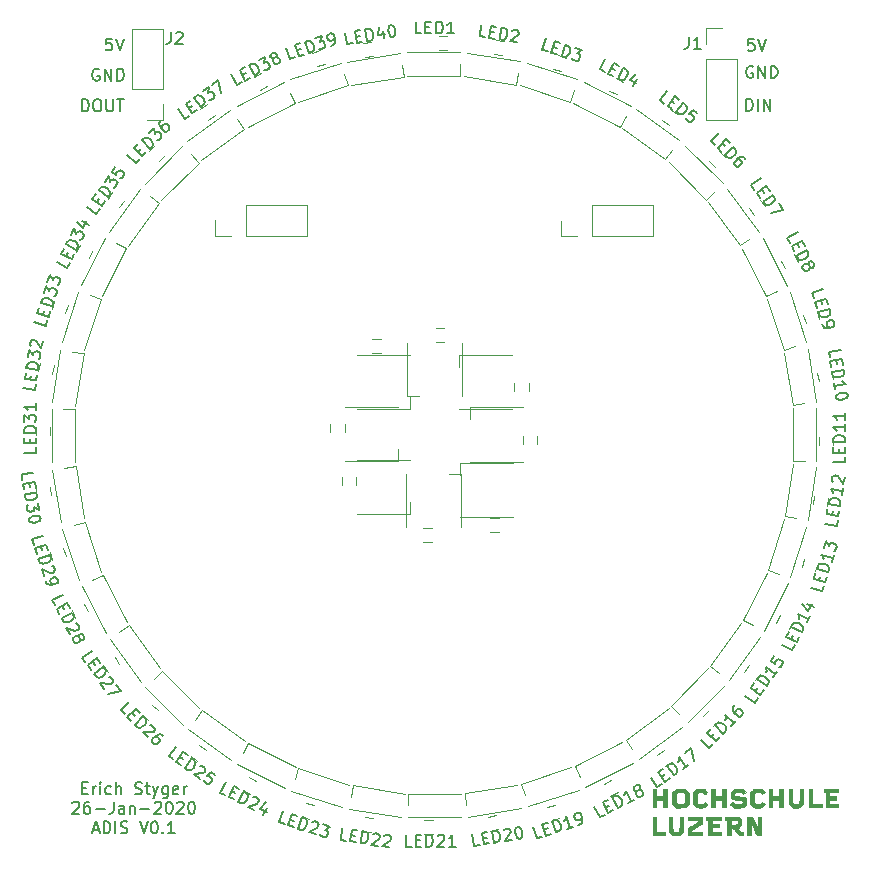
<source format=gbr>
G04 #@! TF.GenerationSoftware,KiCad,Pcbnew,(5.1.5)-3*
G04 #@! TF.CreationDate,2020-01-29T13:04:29+01:00*
G04 #@! TF.ProjectId,StepperClockLedRing,53746570-7065-4724-936c-6f636b4c6564,V0.1*
G04 #@! TF.SameCoordinates,Original*
G04 #@! TF.FileFunction,Legend,Top*
G04 #@! TF.FilePolarity,Positive*
%FSLAX46Y46*%
G04 Gerber Fmt 4.6, Leading zero omitted, Abs format (unit mm)*
G04 Created by KiCad (PCBNEW (5.1.5)-3) date 2020-01-29 13:04:29*
%MOMM*%
%LPD*%
G04 APERTURE LIST*
%ADD10C,0.150000*%
%ADD11C,0.120000*%
%ADD12C,0.010000*%
G04 APERTURE END LIST*
D10*
X64767857Y-156403571D02*
X65101190Y-156403571D01*
X65244047Y-156927380D02*
X64767857Y-156927380D01*
X64767857Y-155927380D01*
X65244047Y-155927380D01*
X65672619Y-156927380D02*
X65672619Y-156260714D01*
X65672619Y-156451190D02*
X65720238Y-156355952D01*
X65767857Y-156308333D01*
X65863095Y-156260714D01*
X65958333Y-156260714D01*
X66291666Y-156927380D02*
X66291666Y-156260714D01*
X66291666Y-155927380D02*
X66244047Y-155975000D01*
X66291666Y-156022619D01*
X66339285Y-155975000D01*
X66291666Y-155927380D01*
X66291666Y-156022619D01*
X67196428Y-156879761D02*
X67101190Y-156927380D01*
X66910714Y-156927380D01*
X66815476Y-156879761D01*
X66767857Y-156832142D01*
X66720238Y-156736904D01*
X66720238Y-156451190D01*
X66767857Y-156355952D01*
X66815476Y-156308333D01*
X66910714Y-156260714D01*
X67101190Y-156260714D01*
X67196428Y-156308333D01*
X67625000Y-156927380D02*
X67625000Y-155927380D01*
X68053571Y-156927380D02*
X68053571Y-156403571D01*
X68005952Y-156308333D01*
X67910714Y-156260714D01*
X67767857Y-156260714D01*
X67672619Y-156308333D01*
X67625000Y-156355952D01*
X69244047Y-156879761D02*
X69386904Y-156927380D01*
X69625000Y-156927380D01*
X69720238Y-156879761D01*
X69767857Y-156832142D01*
X69815476Y-156736904D01*
X69815476Y-156641666D01*
X69767857Y-156546428D01*
X69720238Y-156498809D01*
X69625000Y-156451190D01*
X69434523Y-156403571D01*
X69339285Y-156355952D01*
X69291666Y-156308333D01*
X69244047Y-156213095D01*
X69244047Y-156117857D01*
X69291666Y-156022619D01*
X69339285Y-155975000D01*
X69434523Y-155927380D01*
X69672619Y-155927380D01*
X69815476Y-155975000D01*
X70101190Y-156260714D02*
X70482142Y-156260714D01*
X70244047Y-155927380D02*
X70244047Y-156784523D01*
X70291666Y-156879761D01*
X70386904Y-156927380D01*
X70482142Y-156927380D01*
X70720238Y-156260714D02*
X70958333Y-156927380D01*
X71196428Y-156260714D02*
X70958333Y-156927380D01*
X70863095Y-157165476D01*
X70815476Y-157213095D01*
X70720238Y-157260714D01*
X72005952Y-156260714D02*
X72005952Y-157070238D01*
X71958333Y-157165476D01*
X71910714Y-157213095D01*
X71815476Y-157260714D01*
X71672619Y-157260714D01*
X71577380Y-157213095D01*
X72005952Y-156879761D02*
X71910714Y-156927380D01*
X71720238Y-156927380D01*
X71625000Y-156879761D01*
X71577380Y-156832142D01*
X71529761Y-156736904D01*
X71529761Y-156451190D01*
X71577380Y-156355952D01*
X71625000Y-156308333D01*
X71720238Y-156260714D01*
X71910714Y-156260714D01*
X72005952Y-156308333D01*
X72863095Y-156879761D02*
X72767857Y-156927380D01*
X72577380Y-156927380D01*
X72482142Y-156879761D01*
X72434523Y-156784523D01*
X72434523Y-156403571D01*
X72482142Y-156308333D01*
X72577380Y-156260714D01*
X72767857Y-156260714D01*
X72863095Y-156308333D01*
X72910714Y-156403571D01*
X72910714Y-156498809D01*
X72434523Y-156594047D01*
X73339285Y-156927380D02*
X73339285Y-156260714D01*
X73339285Y-156451190D02*
X73386904Y-156355952D01*
X73434523Y-156308333D01*
X73529761Y-156260714D01*
X73625000Y-156260714D01*
X63934523Y-157672619D02*
X63982142Y-157625000D01*
X64077380Y-157577380D01*
X64315476Y-157577380D01*
X64410714Y-157625000D01*
X64458333Y-157672619D01*
X64505952Y-157767857D01*
X64505952Y-157863095D01*
X64458333Y-158005952D01*
X63886904Y-158577380D01*
X64505952Y-158577380D01*
X65363095Y-157577380D02*
X65172619Y-157577380D01*
X65077380Y-157625000D01*
X65029761Y-157672619D01*
X64934523Y-157815476D01*
X64886904Y-158005952D01*
X64886904Y-158386904D01*
X64934523Y-158482142D01*
X64982142Y-158529761D01*
X65077380Y-158577380D01*
X65267857Y-158577380D01*
X65363095Y-158529761D01*
X65410714Y-158482142D01*
X65458333Y-158386904D01*
X65458333Y-158148809D01*
X65410714Y-158053571D01*
X65363095Y-158005952D01*
X65267857Y-157958333D01*
X65077380Y-157958333D01*
X64982142Y-158005952D01*
X64934523Y-158053571D01*
X64886904Y-158148809D01*
X65886904Y-158196428D02*
X66648809Y-158196428D01*
X67410714Y-157577380D02*
X67410714Y-158291666D01*
X67363095Y-158434523D01*
X67267857Y-158529761D01*
X67125000Y-158577380D01*
X67029761Y-158577380D01*
X68315476Y-158577380D02*
X68315476Y-158053571D01*
X68267857Y-157958333D01*
X68172619Y-157910714D01*
X67982142Y-157910714D01*
X67886904Y-157958333D01*
X68315476Y-158529761D02*
X68220238Y-158577380D01*
X67982142Y-158577380D01*
X67886904Y-158529761D01*
X67839285Y-158434523D01*
X67839285Y-158339285D01*
X67886904Y-158244047D01*
X67982142Y-158196428D01*
X68220238Y-158196428D01*
X68315476Y-158148809D01*
X68791666Y-157910714D02*
X68791666Y-158577380D01*
X68791666Y-158005952D02*
X68839285Y-157958333D01*
X68934523Y-157910714D01*
X69077380Y-157910714D01*
X69172619Y-157958333D01*
X69220238Y-158053571D01*
X69220238Y-158577380D01*
X69696428Y-158196428D02*
X70458333Y-158196428D01*
X70886904Y-157672619D02*
X70934523Y-157625000D01*
X71029761Y-157577380D01*
X71267857Y-157577380D01*
X71363095Y-157625000D01*
X71410714Y-157672619D01*
X71458333Y-157767857D01*
X71458333Y-157863095D01*
X71410714Y-158005952D01*
X70839285Y-158577380D01*
X71458333Y-158577380D01*
X72077380Y-157577380D02*
X72172619Y-157577380D01*
X72267857Y-157625000D01*
X72315476Y-157672619D01*
X72363095Y-157767857D01*
X72410714Y-157958333D01*
X72410714Y-158196428D01*
X72363095Y-158386904D01*
X72315476Y-158482142D01*
X72267857Y-158529761D01*
X72172619Y-158577380D01*
X72077380Y-158577380D01*
X71982142Y-158529761D01*
X71934523Y-158482142D01*
X71886904Y-158386904D01*
X71839285Y-158196428D01*
X71839285Y-157958333D01*
X71886904Y-157767857D01*
X71934523Y-157672619D01*
X71982142Y-157625000D01*
X72077380Y-157577380D01*
X72791666Y-157672619D02*
X72839285Y-157625000D01*
X72934523Y-157577380D01*
X73172619Y-157577380D01*
X73267857Y-157625000D01*
X73315476Y-157672619D01*
X73363095Y-157767857D01*
X73363095Y-157863095D01*
X73315476Y-158005952D01*
X72744047Y-158577380D01*
X73363095Y-158577380D01*
X73982142Y-157577380D02*
X74077380Y-157577380D01*
X74172619Y-157625000D01*
X74220238Y-157672619D01*
X74267857Y-157767857D01*
X74315476Y-157958333D01*
X74315476Y-158196428D01*
X74267857Y-158386904D01*
X74220238Y-158482142D01*
X74172619Y-158529761D01*
X74077380Y-158577380D01*
X73982142Y-158577380D01*
X73886904Y-158529761D01*
X73839285Y-158482142D01*
X73791666Y-158386904D01*
X73744047Y-158196428D01*
X73744047Y-157958333D01*
X73791666Y-157767857D01*
X73839285Y-157672619D01*
X73886904Y-157625000D01*
X73982142Y-157577380D01*
X65672619Y-159941666D02*
X66148809Y-159941666D01*
X65577380Y-160227380D02*
X65910714Y-159227380D01*
X66244047Y-160227380D01*
X66577380Y-160227380D02*
X66577380Y-159227380D01*
X66815476Y-159227380D01*
X66958333Y-159275000D01*
X67053571Y-159370238D01*
X67101190Y-159465476D01*
X67148809Y-159655952D01*
X67148809Y-159798809D01*
X67101190Y-159989285D01*
X67053571Y-160084523D01*
X66958333Y-160179761D01*
X66815476Y-160227380D01*
X66577380Y-160227380D01*
X67577380Y-160227380D02*
X67577380Y-159227380D01*
X68005952Y-160179761D02*
X68148809Y-160227380D01*
X68386904Y-160227380D01*
X68482142Y-160179761D01*
X68529761Y-160132142D01*
X68577380Y-160036904D01*
X68577380Y-159941666D01*
X68529761Y-159846428D01*
X68482142Y-159798809D01*
X68386904Y-159751190D01*
X68196428Y-159703571D01*
X68101190Y-159655952D01*
X68053571Y-159608333D01*
X68005952Y-159513095D01*
X68005952Y-159417857D01*
X68053571Y-159322619D01*
X68101190Y-159275000D01*
X68196428Y-159227380D01*
X68434523Y-159227380D01*
X68577380Y-159275000D01*
X69625000Y-159227380D02*
X69958333Y-160227380D01*
X70291666Y-159227380D01*
X70815476Y-159227380D02*
X70910714Y-159227380D01*
X71005952Y-159275000D01*
X71053571Y-159322619D01*
X71101190Y-159417857D01*
X71148809Y-159608333D01*
X71148809Y-159846428D01*
X71101190Y-160036904D01*
X71053571Y-160132142D01*
X71005952Y-160179761D01*
X70910714Y-160227380D01*
X70815476Y-160227380D01*
X70720238Y-160179761D01*
X70672619Y-160132142D01*
X70625000Y-160036904D01*
X70577380Y-159846428D01*
X70577380Y-159608333D01*
X70625000Y-159417857D01*
X70672619Y-159322619D01*
X70720238Y-159275000D01*
X70815476Y-159227380D01*
X71577380Y-160132142D02*
X71625000Y-160179761D01*
X71577380Y-160227380D01*
X71529761Y-160179761D01*
X71577380Y-160132142D01*
X71577380Y-160227380D01*
X72577380Y-160227380D02*
X72005952Y-160227380D01*
X72291666Y-160227380D02*
X72291666Y-159227380D01*
X72196428Y-159370238D01*
X72101190Y-159465476D01*
X72005952Y-159513095D01*
X120976190Y-99052380D02*
X120976190Y-98052380D01*
X121214285Y-98052380D01*
X121357142Y-98100000D01*
X121452380Y-98195238D01*
X121500000Y-98290476D01*
X121547619Y-98480952D01*
X121547619Y-98623809D01*
X121500000Y-98814285D01*
X121452380Y-98909523D01*
X121357142Y-99004761D01*
X121214285Y-99052380D01*
X120976190Y-99052380D01*
X121976190Y-99052380D02*
X121976190Y-98052380D01*
X122452380Y-99052380D02*
X122452380Y-98052380D01*
X123023809Y-99052380D01*
X123023809Y-98052380D01*
X121538095Y-95325000D02*
X121442857Y-95277380D01*
X121300000Y-95277380D01*
X121157142Y-95325000D01*
X121061904Y-95420238D01*
X121014285Y-95515476D01*
X120966666Y-95705952D01*
X120966666Y-95848809D01*
X121014285Y-96039285D01*
X121061904Y-96134523D01*
X121157142Y-96229761D01*
X121300000Y-96277380D01*
X121395238Y-96277380D01*
X121538095Y-96229761D01*
X121585714Y-96182142D01*
X121585714Y-95848809D01*
X121395238Y-95848809D01*
X122014285Y-96277380D02*
X122014285Y-95277380D01*
X122585714Y-96277380D01*
X122585714Y-95277380D01*
X123061904Y-96277380D02*
X123061904Y-95277380D01*
X123300000Y-95277380D01*
X123442857Y-95325000D01*
X123538095Y-95420238D01*
X123585714Y-95515476D01*
X123633333Y-95705952D01*
X123633333Y-95848809D01*
X123585714Y-96039285D01*
X123538095Y-96134523D01*
X123442857Y-96229761D01*
X123300000Y-96277380D01*
X123061904Y-96277380D01*
X121634523Y-92977380D02*
X121158333Y-92977380D01*
X121110714Y-93453571D01*
X121158333Y-93405952D01*
X121253571Y-93358333D01*
X121491666Y-93358333D01*
X121586904Y-93405952D01*
X121634523Y-93453571D01*
X121682142Y-93548809D01*
X121682142Y-93786904D01*
X121634523Y-93882142D01*
X121586904Y-93929761D01*
X121491666Y-93977380D01*
X121253571Y-93977380D01*
X121158333Y-93929761D01*
X121110714Y-93882142D01*
X121967857Y-92977380D02*
X122301190Y-93977380D01*
X122634523Y-92977380D01*
X64759523Y-99102380D02*
X64759523Y-98102380D01*
X64997619Y-98102380D01*
X65140476Y-98150000D01*
X65235714Y-98245238D01*
X65283333Y-98340476D01*
X65330952Y-98530952D01*
X65330952Y-98673809D01*
X65283333Y-98864285D01*
X65235714Y-98959523D01*
X65140476Y-99054761D01*
X64997619Y-99102380D01*
X64759523Y-99102380D01*
X65950000Y-98102380D02*
X66140476Y-98102380D01*
X66235714Y-98150000D01*
X66330952Y-98245238D01*
X66378571Y-98435714D01*
X66378571Y-98769047D01*
X66330952Y-98959523D01*
X66235714Y-99054761D01*
X66140476Y-99102380D01*
X65950000Y-99102380D01*
X65854761Y-99054761D01*
X65759523Y-98959523D01*
X65711904Y-98769047D01*
X65711904Y-98435714D01*
X65759523Y-98245238D01*
X65854761Y-98150000D01*
X65950000Y-98102380D01*
X66807142Y-98102380D02*
X66807142Y-98911904D01*
X66854761Y-99007142D01*
X66902380Y-99054761D01*
X66997619Y-99102380D01*
X67188095Y-99102380D01*
X67283333Y-99054761D01*
X67330952Y-99007142D01*
X67378571Y-98911904D01*
X67378571Y-98102380D01*
X67711904Y-98102380D02*
X68283333Y-98102380D01*
X67997619Y-99102380D02*
X67997619Y-98102380D01*
X66188095Y-95550000D02*
X66092857Y-95502380D01*
X65950000Y-95502380D01*
X65807142Y-95550000D01*
X65711904Y-95645238D01*
X65664285Y-95740476D01*
X65616666Y-95930952D01*
X65616666Y-96073809D01*
X65664285Y-96264285D01*
X65711904Y-96359523D01*
X65807142Y-96454761D01*
X65950000Y-96502380D01*
X66045238Y-96502380D01*
X66188095Y-96454761D01*
X66235714Y-96407142D01*
X66235714Y-96073809D01*
X66045238Y-96073809D01*
X66664285Y-96502380D02*
X66664285Y-95502380D01*
X67235714Y-96502380D01*
X67235714Y-95502380D01*
X67711904Y-96502380D02*
X67711904Y-95502380D01*
X67950000Y-95502380D01*
X68092857Y-95550000D01*
X68188095Y-95645238D01*
X68235714Y-95740476D01*
X68283333Y-95930952D01*
X68283333Y-96073809D01*
X68235714Y-96264285D01*
X68188095Y-96359523D01*
X68092857Y-96454761D01*
X67950000Y-96502380D01*
X67711904Y-96502380D01*
X67259523Y-92952380D02*
X66783333Y-92952380D01*
X66735714Y-93428571D01*
X66783333Y-93380952D01*
X66878571Y-93333333D01*
X67116666Y-93333333D01*
X67211904Y-93380952D01*
X67259523Y-93428571D01*
X67307142Y-93523809D01*
X67307142Y-93761904D01*
X67259523Y-93857142D01*
X67211904Y-93904761D01*
X67116666Y-93952380D01*
X66878571Y-93952380D01*
X66783333Y-93904761D01*
X66735714Y-93857142D01*
X67592857Y-92952380D02*
X67926190Y-93952380D01*
X68259523Y-92952380D01*
D11*
X88025000Y-119725000D02*
X92525000Y-119725000D01*
X88025000Y-124325000D02*
X92525000Y-124325000D01*
X92525000Y-124325000D02*
X92525000Y-123325000D01*
X86975000Y-124125000D02*
X91475000Y-124125000D01*
X86975000Y-128725000D02*
X91475000Y-128725000D01*
X91475000Y-128725000D02*
X91475000Y-127725000D01*
X102075000Y-128775000D02*
X97575000Y-128775000D01*
X102075000Y-124175000D02*
X97575000Y-124175000D01*
X97575000Y-124175000D02*
X97575000Y-125175000D01*
X89325000Y-118350000D02*
X90025000Y-118350000D01*
X90025000Y-119550000D02*
X89325000Y-119550000D01*
X86975000Y-125575000D02*
X86975000Y-126275000D01*
X85775000Y-126275000D02*
X85775000Y-125575000D01*
X88000000Y-128600000D02*
X92500000Y-128600000D01*
X88000000Y-133200000D02*
X92500000Y-133200000D01*
X92500000Y-133200000D02*
X92500000Y-132200000D01*
X92200000Y-134325000D02*
X92200000Y-129825000D01*
X96800000Y-134325000D02*
X96800000Y-129825000D01*
X96800000Y-129825000D02*
X95800000Y-129825000D01*
X101275000Y-133475000D02*
X96775000Y-133475000D01*
X101275000Y-128875000D02*
X96775000Y-128875000D01*
X96775000Y-128875000D02*
X96775000Y-129875000D01*
X101125000Y-124325000D02*
X96625000Y-124325000D01*
X101125000Y-119725000D02*
X96625000Y-119725000D01*
X96625000Y-119725000D02*
X96625000Y-120725000D01*
X96900000Y-118700000D02*
X96900000Y-123200000D01*
X92300000Y-118700000D02*
X92300000Y-123200000D01*
X92300000Y-123200000D02*
X93300000Y-123200000D01*
X113060000Y-109680000D02*
X113060000Y-107020000D01*
X107920000Y-109680000D02*
X113060000Y-109680000D01*
X107920000Y-107020000D02*
X113060000Y-107020000D01*
X107920000Y-109680000D02*
X107920000Y-107020000D01*
X106650000Y-109680000D02*
X105320000Y-109680000D01*
X105320000Y-109680000D02*
X105320000Y-108350000D01*
X83760000Y-109655000D02*
X83760000Y-106995000D01*
X78620000Y-109655000D02*
X83760000Y-109655000D01*
X78620000Y-106995000D02*
X83760000Y-106995000D01*
X78620000Y-109655000D02*
X78620000Y-106995000D01*
X77350000Y-109655000D02*
X76020000Y-109655000D01*
X76020000Y-109655000D02*
X76020000Y-108325000D01*
X87975000Y-130025000D02*
X87975000Y-130725000D01*
X86775000Y-130725000D02*
X86775000Y-130025000D01*
X93650000Y-134400000D02*
X94350000Y-134400000D01*
X94350000Y-135600000D02*
X93650000Y-135600000D01*
X100025000Y-134725000D02*
X99325000Y-134725000D01*
X99325000Y-133525000D02*
X100025000Y-133525000D01*
X102100000Y-127300000D02*
X102100000Y-126600000D01*
X103300000Y-126600000D02*
X103300000Y-127300000D01*
X101350000Y-122825000D02*
X101350000Y-122125000D01*
X102550000Y-122125000D02*
X102550000Y-122825000D01*
X95425000Y-118650000D02*
X94725000Y-118650000D01*
X94725000Y-117450000D02*
X95425000Y-117450000D01*
D12*
G36*
X114734727Y-159395753D02*
G01*
X114734879Y-159574351D01*
X114735646Y-159712753D01*
X114737497Y-159816943D01*
X114740898Y-159892907D01*
X114746318Y-159946629D01*
X114754224Y-159984095D01*
X114765085Y-160011289D01*
X114779367Y-160034198D01*
X114785251Y-160042299D01*
X114811630Y-160075116D01*
X114838949Y-160095280D01*
X114878579Y-160105869D01*
X114941893Y-160109962D01*
X115037679Y-160110636D01*
X115135167Y-160109915D01*
X115197724Y-160105735D01*
X115236598Y-160095076D01*
X115263037Y-160074916D01*
X115287337Y-160043572D01*
X115302088Y-160020589D01*
X115313448Y-159994267D01*
X115321858Y-159958637D01*
X115327758Y-159907729D01*
X115331591Y-159835575D01*
X115333796Y-159736203D01*
X115334814Y-159603645D01*
X115335087Y-159431932D01*
X115335091Y-159397026D01*
X115335091Y-158817545D01*
X115635273Y-158817545D01*
X115635273Y-160104508D01*
X115507410Y-160235472D01*
X115438611Y-160301267D01*
X115374122Y-160354976D01*
X115326366Y-160386382D01*
X115321179Y-160388627D01*
X115274496Y-160397320D01*
X115194816Y-160403665D01*
X115095213Y-160407520D01*
X114988763Y-160408743D01*
X114888542Y-160407192D01*
X114807624Y-160402723D01*
X114759086Y-160395195D01*
X114757818Y-160394762D01*
X114726265Y-160373668D01*
X114672059Y-160328140D01*
X114605011Y-160266589D01*
X114578864Y-160241389D01*
X114434545Y-160100425D01*
X114434545Y-158817545D01*
X114734727Y-158817545D01*
X114734727Y-159395753D01*
G37*
X114734727Y-159395753D02*
X114734879Y-159574351D01*
X114735646Y-159712753D01*
X114737497Y-159816943D01*
X114740898Y-159892907D01*
X114746318Y-159946629D01*
X114754224Y-159984095D01*
X114765085Y-160011289D01*
X114779367Y-160034198D01*
X114785251Y-160042299D01*
X114811630Y-160075116D01*
X114838949Y-160095280D01*
X114878579Y-160105869D01*
X114941893Y-160109962D01*
X115037679Y-160110636D01*
X115135167Y-160109915D01*
X115197724Y-160105735D01*
X115236598Y-160095076D01*
X115263037Y-160074916D01*
X115287337Y-160043572D01*
X115302088Y-160020589D01*
X115313448Y-159994267D01*
X115321858Y-159958637D01*
X115327758Y-159907729D01*
X115331591Y-159835575D01*
X115333796Y-159736203D01*
X115334814Y-159603645D01*
X115335087Y-159431932D01*
X115335091Y-159397026D01*
X115335091Y-158817545D01*
X115635273Y-158817545D01*
X115635273Y-160104508D01*
X115507410Y-160235472D01*
X115438611Y-160301267D01*
X115374122Y-160354976D01*
X115326366Y-160386382D01*
X115321179Y-160388627D01*
X115274496Y-160397320D01*
X115194816Y-160403665D01*
X115095213Y-160407520D01*
X114988763Y-160408743D01*
X114888542Y-160407192D01*
X114807624Y-160402723D01*
X114759086Y-160395195D01*
X114757818Y-160394762D01*
X114726265Y-160373668D01*
X114672059Y-160328140D01*
X114605011Y-160266589D01*
X114578864Y-160241389D01*
X114434545Y-160100425D01*
X114434545Y-158817545D01*
X114734727Y-158817545D01*
X114734727Y-159395753D01*
G36*
X117228545Y-159100647D02*
G01*
X117227059Y-159231850D01*
X117222047Y-159324778D01*
X117212676Y-159387259D01*
X117198117Y-159427121D01*
X117193008Y-159435279D01*
X117162605Y-159461734D01*
X117098386Y-159506121D01*
X117007047Y-159564206D01*
X116895287Y-159631756D01*
X116769804Y-159704538D01*
X116742735Y-159719866D01*
X116603739Y-159798442D01*
X116499886Y-159858254D01*
X116426054Y-159903158D01*
X116377124Y-159937011D01*
X116347974Y-159963667D01*
X116333484Y-159986984D01*
X116328533Y-160010817D01*
X116328000Y-160032176D01*
X116328000Y-160110636D01*
X117228545Y-160110636D01*
X117228545Y-160410818D01*
X116632030Y-160410818D01*
X116470876Y-160410461D01*
X116325488Y-160409454D01*
X116202079Y-160407897D01*
X116106864Y-160405888D01*
X116046055Y-160403526D01*
X116025894Y-160401194D01*
X116022178Y-160375705D01*
X116019139Y-160313354D01*
X116017084Y-160223457D01*
X116016324Y-160115331D01*
X116016324Y-160113148D01*
X116016989Y-159994093D01*
X116019883Y-159912009D01*
X116026433Y-159857689D01*
X116038063Y-159821928D01*
X116056199Y-159795522D01*
X116067339Y-159783762D01*
X116103028Y-159756500D01*
X116171749Y-159711225D01*
X116266225Y-159652461D01*
X116379178Y-159584733D01*
X116503330Y-159512566D01*
X116506015Y-159511030D01*
X116639613Y-159434393D01*
X116738459Y-159376454D01*
X116807921Y-159333033D01*
X116853364Y-159299950D01*
X116880155Y-159273026D01*
X116893661Y-159248083D01*
X116899247Y-159220940D01*
X116900894Y-159203495D01*
X116908060Y-159117727D01*
X116048705Y-159117727D01*
X116055580Y-158973409D01*
X116062454Y-158829091D01*
X116645500Y-158822922D01*
X117228545Y-158816752D01*
X117228545Y-159100647D01*
G37*
X117228545Y-159100647D02*
X117227059Y-159231850D01*
X117222047Y-159324778D01*
X117212676Y-159387259D01*
X117198117Y-159427121D01*
X117193008Y-159435279D01*
X117162605Y-159461734D01*
X117098386Y-159506121D01*
X117007047Y-159564206D01*
X116895287Y-159631756D01*
X116769804Y-159704538D01*
X116742735Y-159719866D01*
X116603739Y-159798442D01*
X116499886Y-159858254D01*
X116426054Y-159903158D01*
X116377124Y-159937011D01*
X116347974Y-159963667D01*
X116333484Y-159986984D01*
X116328533Y-160010817D01*
X116328000Y-160032176D01*
X116328000Y-160110636D01*
X117228545Y-160110636D01*
X117228545Y-160410818D01*
X116632030Y-160410818D01*
X116470876Y-160410461D01*
X116325488Y-160409454D01*
X116202079Y-160407897D01*
X116106864Y-160405888D01*
X116046055Y-160403526D01*
X116025894Y-160401194D01*
X116022178Y-160375705D01*
X116019139Y-160313354D01*
X116017084Y-160223457D01*
X116016324Y-160115331D01*
X116016324Y-160113148D01*
X116016989Y-159994093D01*
X116019883Y-159912009D01*
X116026433Y-159857689D01*
X116038063Y-159821928D01*
X116056199Y-159795522D01*
X116067339Y-159783762D01*
X116103028Y-159756500D01*
X116171749Y-159711225D01*
X116266225Y-159652461D01*
X116379178Y-159584733D01*
X116503330Y-159512566D01*
X116506015Y-159511030D01*
X116639613Y-159434393D01*
X116738459Y-159376454D01*
X116807921Y-159333033D01*
X116853364Y-159299950D01*
X116880155Y-159273026D01*
X116893661Y-159248083D01*
X116899247Y-159220940D01*
X116900894Y-159203495D01*
X116908060Y-159117727D01*
X116048705Y-159117727D01*
X116055580Y-158973409D01*
X116062454Y-158829091D01*
X116645500Y-158822922D01*
X117228545Y-158816752D01*
X117228545Y-159100647D01*
G36*
X119762773Y-158822189D02*
G01*
X120334273Y-158829091D01*
X120455500Y-158954244D01*
X120514170Y-159017678D01*
X120557785Y-159070273D01*
X120578093Y-159101970D01*
X120578622Y-159104335D01*
X120579382Y-159137431D01*
X120579797Y-159204619D01*
X120579811Y-159293810D01*
X120579683Y-159335220D01*
X120578849Y-159541168D01*
X120468167Y-159653540D01*
X120402064Y-159713928D01*
X120338677Y-159760733D01*
X120295394Y-159782411D01*
X120233304Y-159798909D01*
X120360042Y-159954773D01*
X120423237Y-160030524D01*
X120468448Y-160076777D01*
X120505737Y-160100730D01*
X120545162Y-160109577D01*
X120577936Y-160110636D01*
X120669091Y-160110636D01*
X120669091Y-160412841D01*
X120503927Y-160406057D01*
X120338762Y-160399273D01*
X120103877Y-160099091D01*
X120016488Y-159988006D01*
X119951597Y-159908169D01*
X119903505Y-159854251D01*
X119866516Y-159820926D01*
X119834934Y-159802863D01*
X119803059Y-159794735D01*
X119775472Y-159791950D01*
X119681951Y-159784990D01*
X119679828Y-160069041D01*
X119678950Y-160180846D01*
X119678116Y-160276905D01*
X119677419Y-160347170D01*
X119676952Y-160381593D01*
X119676943Y-160381955D01*
X119657918Y-160399411D01*
X119599591Y-160408740D01*
X119526091Y-160410818D01*
X119376000Y-160410818D01*
X119376000Y-159388638D01*
X119684310Y-159388638D01*
X119687076Y-159456629D01*
X119692136Y-159493378D01*
X119693010Y-159495313D01*
X119721379Y-159504738D01*
X119784136Y-159509091D01*
X119869840Y-159508989D01*
X119967049Y-159505050D01*
X120064321Y-159497892D01*
X120150216Y-159488131D01*
X120213291Y-159476386D01*
X120239856Y-159465795D01*
X120262425Y-159423508D01*
X120275014Y-159353650D01*
X120277382Y-159273301D01*
X120269291Y-159199545D01*
X120250502Y-159149463D01*
X120244377Y-159142866D01*
X120201693Y-159129501D01*
X120114031Y-159122538D01*
X119982158Y-159122029D01*
X119949968Y-159122721D01*
X119687727Y-159129273D01*
X119684417Y-159302455D01*
X119684310Y-159388638D01*
X119376000Y-159388638D01*
X119376000Y-159117727D01*
X119191273Y-159117727D01*
X119191273Y-158815288D01*
X119762773Y-158822189D01*
G37*
X119762773Y-158822189D02*
X120334273Y-158829091D01*
X120455500Y-158954244D01*
X120514170Y-159017678D01*
X120557785Y-159070273D01*
X120578093Y-159101970D01*
X120578622Y-159104335D01*
X120579382Y-159137431D01*
X120579797Y-159204619D01*
X120579811Y-159293810D01*
X120579683Y-159335220D01*
X120578849Y-159541168D01*
X120468167Y-159653540D01*
X120402064Y-159713928D01*
X120338677Y-159760733D01*
X120295394Y-159782411D01*
X120233304Y-159798909D01*
X120360042Y-159954773D01*
X120423237Y-160030524D01*
X120468448Y-160076777D01*
X120505737Y-160100730D01*
X120545162Y-160109577D01*
X120577936Y-160110636D01*
X120669091Y-160110636D01*
X120669091Y-160412841D01*
X120503927Y-160406057D01*
X120338762Y-160399273D01*
X120103877Y-160099091D01*
X120016488Y-159988006D01*
X119951597Y-159908169D01*
X119903505Y-159854251D01*
X119866516Y-159820926D01*
X119834934Y-159802863D01*
X119803059Y-159794735D01*
X119775472Y-159791950D01*
X119681951Y-159784990D01*
X119679828Y-160069041D01*
X119678950Y-160180846D01*
X119678116Y-160276905D01*
X119677419Y-160347170D01*
X119676952Y-160381593D01*
X119676943Y-160381955D01*
X119657918Y-160399411D01*
X119599591Y-160408740D01*
X119526091Y-160410818D01*
X119376000Y-160410818D01*
X119376000Y-159388638D01*
X119684310Y-159388638D01*
X119687076Y-159456629D01*
X119692136Y-159493378D01*
X119693010Y-159495313D01*
X119721379Y-159504738D01*
X119784136Y-159509091D01*
X119869840Y-159508989D01*
X119967049Y-159505050D01*
X120064321Y-159497892D01*
X120150216Y-159488131D01*
X120213291Y-159476386D01*
X120239856Y-159465795D01*
X120262425Y-159423508D01*
X120275014Y-159353650D01*
X120277382Y-159273301D01*
X120269291Y-159199545D01*
X120250502Y-159149463D01*
X120244377Y-159142866D01*
X120201693Y-159129501D01*
X120114031Y-159122538D01*
X119982158Y-159122029D01*
X119949968Y-159122721D01*
X119687727Y-159129273D01*
X119684417Y-159302455D01*
X119684310Y-159388638D01*
X119376000Y-159388638D01*
X119376000Y-159117727D01*
X119191273Y-159117727D01*
X119191273Y-158815288D01*
X119762773Y-158822189D01*
G36*
X122129997Y-158822227D02*
G01*
X122273909Y-158829091D01*
X122273909Y-160399273D01*
X121860552Y-160399273D01*
X121763360Y-160179909D01*
X121718551Y-160077704D01*
X121662125Y-159947405D01*
X121600322Y-159803509D01*
X121539385Y-159660511D01*
X121519766Y-159614182D01*
X121373364Y-159267818D01*
X121367187Y-159839318D01*
X121361011Y-160410818D01*
X121061636Y-160410818D01*
X121061636Y-158817545D01*
X121479814Y-158817545D01*
X121532690Y-158938773D01*
X121558130Y-158997183D01*
X121598219Y-159089337D01*
X121649212Y-159206617D01*
X121707362Y-159340407D01*
X121768924Y-159482091D01*
X121779647Y-159506775D01*
X121973727Y-159953551D01*
X121979906Y-159384457D01*
X121986084Y-158815363D01*
X122129997Y-158822227D01*
G37*
X122129997Y-158822227D02*
X122273909Y-158829091D01*
X122273909Y-160399273D01*
X121860552Y-160399273D01*
X121763360Y-160179909D01*
X121718551Y-160077704D01*
X121662125Y-159947405D01*
X121600322Y-159803509D01*
X121539385Y-159660511D01*
X121519766Y-159614182D01*
X121373364Y-159267818D01*
X121367187Y-159839318D01*
X121361011Y-160410818D01*
X121061636Y-160410818D01*
X121061636Y-158817545D01*
X121479814Y-158817545D01*
X121532690Y-158938773D01*
X121558130Y-158997183D01*
X121598219Y-159089337D01*
X121649212Y-159206617D01*
X121707362Y-159340407D01*
X121768924Y-159482091D01*
X121779647Y-159506775D01*
X121973727Y-159953551D01*
X121979906Y-159384457D01*
X121986084Y-158815363D01*
X122129997Y-158822227D01*
G36*
X113372364Y-160110636D02*
G01*
X114111273Y-160110636D01*
X114111273Y-160387727D01*
X113072182Y-160387727D01*
X113072182Y-158817545D01*
X113372364Y-158817545D01*
X113372364Y-160110636D01*
G37*
X113372364Y-160110636D02*
X114111273Y-160110636D01*
X114111273Y-160387727D01*
X113072182Y-160387727D01*
X113072182Y-158817545D01*
X113372364Y-158817545D01*
X113372364Y-160110636D01*
G36*
X118844909Y-159094636D02*
G01*
X118082909Y-159094636D01*
X118082909Y-159464091D01*
X118637091Y-159464091D01*
X118637091Y-159741182D01*
X118082909Y-159741182D01*
X118082909Y-160087545D01*
X118844909Y-160087545D01*
X118844909Y-160387727D01*
X117782727Y-160387727D01*
X117782727Y-159094636D01*
X117598000Y-159094636D01*
X117598000Y-158817545D01*
X118844909Y-158817545D01*
X118844909Y-159094636D01*
G37*
X118844909Y-159094636D02*
X118082909Y-159094636D01*
X118082909Y-159464091D01*
X118637091Y-159464091D01*
X118637091Y-159741182D01*
X118082909Y-159741182D01*
X118082909Y-160087545D01*
X118844909Y-160087545D01*
X118844909Y-160387727D01*
X117782727Y-160387727D01*
X117782727Y-159094636D01*
X117598000Y-159094636D01*
X117598000Y-158817545D01*
X118844909Y-158817545D01*
X118844909Y-159094636D01*
G36*
X115428132Y-156466448D02*
G01*
X115799446Y-156473818D01*
X115948269Y-156627151D01*
X116097091Y-156780484D01*
X116097091Y-157737334D01*
X115948269Y-157890667D01*
X115799446Y-158044000D01*
X115053280Y-158058788D01*
X114734727Y-157740235D01*
X114734727Y-157258909D01*
X115034909Y-157258909D01*
X115035099Y-157396568D01*
X115036425Y-157495914D01*
X115040017Y-157564820D01*
X115047007Y-157611155D01*
X115058526Y-157642790D01*
X115075704Y-157667594D01*
X115096956Y-157690600D01*
X115126034Y-157718955D01*
X115154968Y-157737529D01*
X115193844Y-157748391D01*
X115252745Y-157753606D01*
X115341756Y-157755241D01*
X115412968Y-157755364D01*
X115526704Y-157754520D01*
X115604176Y-157750911D01*
X115655290Y-157742919D01*
X115689949Y-157728926D01*
X115718059Y-157707314D01*
X115720375Y-157705157D01*
X115739869Y-157685002D01*
X115753937Y-157661931D01*
X115763463Y-157628620D01*
X115769330Y-157577743D01*
X115772422Y-157501974D01*
X115773624Y-157393989D01*
X115773818Y-157262145D01*
X115773511Y-157098189D01*
X115769859Y-156974684D01*
X115758763Y-156885902D01*
X115736126Y-156826117D01*
X115697850Y-156789604D01*
X115639836Y-156770637D01*
X115557987Y-156763490D01*
X115448206Y-156762437D01*
X115416204Y-156762455D01*
X115303754Y-156762924D01*
X115227495Y-156765683D01*
X115177437Y-156772759D01*
X115143590Y-156786179D01*
X115115964Y-156807967D01*
X115096956Y-156827218D01*
X115073712Y-156852607D01*
X115057146Y-156877737D01*
X115046128Y-156910480D01*
X115039527Y-156958706D01*
X115036211Y-157030284D01*
X115035048Y-157133086D01*
X115034909Y-157258909D01*
X114734727Y-157258909D01*
X114734727Y-156770031D01*
X114895773Y-156614555D01*
X115056818Y-156459079D01*
X115428132Y-156466448D01*
G37*
X115428132Y-156466448D02*
X115799446Y-156473818D01*
X115948269Y-156627151D01*
X116097091Y-156780484D01*
X116097091Y-157737334D01*
X115948269Y-157890667D01*
X115799446Y-158044000D01*
X115053280Y-158058788D01*
X114734727Y-157740235D01*
X114734727Y-157258909D01*
X115034909Y-157258909D01*
X115035099Y-157396568D01*
X115036425Y-157495914D01*
X115040017Y-157564820D01*
X115047007Y-157611155D01*
X115058526Y-157642790D01*
X115075704Y-157667594D01*
X115096956Y-157690600D01*
X115126034Y-157718955D01*
X115154968Y-157737529D01*
X115193844Y-157748391D01*
X115252745Y-157753606D01*
X115341756Y-157755241D01*
X115412968Y-157755364D01*
X115526704Y-157754520D01*
X115604176Y-157750911D01*
X115655290Y-157742919D01*
X115689949Y-157728926D01*
X115718059Y-157707314D01*
X115720375Y-157705157D01*
X115739869Y-157685002D01*
X115753937Y-157661931D01*
X115763463Y-157628620D01*
X115769330Y-157577743D01*
X115772422Y-157501974D01*
X115773624Y-157393989D01*
X115773818Y-157262145D01*
X115773511Y-157098189D01*
X115769859Y-156974684D01*
X115758763Y-156885902D01*
X115736126Y-156826117D01*
X115697850Y-156789604D01*
X115639836Y-156770637D01*
X115557987Y-156763490D01*
X115448206Y-156762437D01*
X115416204Y-156762455D01*
X115303754Y-156762924D01*
X115227495Y-156765683D01*
X115177437Y-156772759D01*
X115143590Y-156786179D01*
X115115964Y-156807967D01*
X115096956Y-156827218D01*
X115073712Y-156852607D01*
X115057146Y-156877737D01*
X115046128Y-156910480D01*
X115039527Y-156958706D01*
X115036211Y-157030284D01*
X115035048Y-157133086D01*
X115034909Y-157258909D01*
X114734727Y-157258909D01*
X114734727Y-156770031D01*
X114895773Y-156614555D01*
X115056818Y-156459079D01*
X115428132Y-156466448D01*
G36*
X117235113Y-156463989D02*
G01*
X117333666Y-156471644D01*
X117408322Y-156488994D01*
X117470195Y-156519797D01*
X117530404Y-156567810D01*
X117591388Y-156627849D01*
X117688686Y-156727857D01*
X117598087Y-156825974D01*
X117545938Y-156879071D01*
X117504968Y-156914700D01*
X117488002Y-156924091D01*
X117461815Y-156908805D01*
X117417110Y-156869925D01*
X117390182Y-156843273D01*
X117351814Y-156805228D01*
X117318458Y-156781509D01*
X117278006Y-156768731D01*
X117218347Y-156763511D01*
X117127372Y-156762462D01*
X117101041Y-156762454D01*
X116998986Y-156763554D01*
X116931917Y-156768380D01*
X116888659Y-156779218D01*
X116858037Y-156798357D01*
X116840025Y-156815897D01*
X116821656Y-156837950D01*
X116808406Y-156863894D01*
X116799444Y-156901124D01*
X116793938Y-156957037D01*
X116791055Y-157039029D01*
X116789963Y-157154496D01*
X116789818Y-157262145D01*
X116790069Y-157405660D01*
X116791409Y-157510319D01*
X116794724Y-157583447D01*
X116800896Y-157632370D01*
X116810809Y-157664412D01*
X116825348Y-157686899D01*
X116843261Y-157705157D01*
X116875152Y-157729775D01*
X116914353Y-157744828D01*
X116972433Y-157752561D01*
X117060960Y-157755218D01*
X117102060Y-157755364D01*
X117307416Y-157755364D01*
X117395377Y-157669472D01*
X117483337Y-157583581D01*
X117587094Y-157687338D01*
X117690851Y-157791096D01*
X117562876Y-157917548D01*
X117434900Y-158044000D01*
X117129677Y-158049203D01*
X117011844Y-158049659D01*
X116907695Y-158047187D01*
X116827526Y-158042234D01*
X116781634Y-158035244D01*
X116778273Y-158034017D01*
X116740373Y-158008146D01*
X116682477Y-157958432D01*
X116616058Y-157894835D01*
X116605091Y-157883713D01*
X116478091Y-157753799D01*
X116478091Y-156764262D01*
X116593545Y-156646092D01*
X116668126Y-156572659D01*
X116731188Y-156521882D01*
X116794207Y-156489608D01*
X116868662Y-156471683D01*
X116966028Y-156463956D01*
X117097782Y-156462273D01*
X117101545Y-156462273D01*
X117235113Y-156463989D01*
G37*
X117235113Y-156463989D02*
X117333666Y-156471644D01*
X117408322Y-156488994D01*
X117470195Y-156519797D01*
X117530404Y-156567810D01*
X117591388Y-156627849D01*
X117688686Y-156727857D01*
X117598087Y-156825974D01*
X117545938Y-156879071D01*
X117504968Y-156914700D01*
X117488002Y-156924091D01*
X117461815Y-156908805D01*
X117417110Y-156869925D01*
X117390182Y-156843273D01*
X117351814Y-156805228D01*
X117318458Y-156781509D01*
X117278006Y-156768731D01*
X117218347Y-156763511D01*
X117127372Y-156762462D01*
X117101041Y-156762454D01*
X116998986Y-156763554D01*
X116931917Y-156768380D01*
X116888659Y-156779218D01*
X116858037Y-156798357D01*
X116840025Y-156815897D01*
X116821656Y-156837950D01*
X116808406Y-156863894D01*
X116799444Y-156901124D01*
X116793938Y-156957037D01*
X116791055Y-157039029D01*
X116789963Y-157154496D01*
X116789818Y-157262145D01*
X116790069Y-157405660D01*
X116791409Y-157510319D01*
X116794724Y-157583447D01*
X116800896Y-157632370D01*
X116810809Y-157664412D01*
X116825348Y-157686899D01*
X116843261Y-157705157D01*
X116875152Y-157729775D01*
X116914353Y-157744828D01*
X116972433Y-157752561D01*
X117060960Y-157755218D01*
X117102060Y-157755364D01*
X117307416Y-157755364D01*
X117395377Y-157669472D01*
X117483337Y-157583581D01*
X117587094Y-157687338D01*
X117690851Y-157791096D01*
X117562876Y-157917548D01*
X117434900Y-158044000D01*
X117129677Y-158049203D01*
X117011844Y-158049659D01*
X116907695Y-158047187D01*
X116827526Y-158042234D01*
X116781634Y-158035244D01*
X116778273Y-158034017D01*
X116740373Y-158008146D01*
X116682477Y-157958432D01*
X116616058Y-157894835D01*
X116605091Y-157883713D01*
X116478091Y-157753799D01*
X116478091Y-156764262D01*
X116593545Y-156646092D01*
X116668126Y-156572659D01*
X116731188Y-156521882D01*
X116794207Y-156489608D01*
X116868662Y-156471683D01*
X116966028Y-156463956D01*
X117097782Y-156462273D01*
X117101545Y-156462273D01*
X117235113Y-156463989D01*
G36*
X120807868Y-156593193D02*
G01*
X120949278Y-156724114D01*
X120739155Y-156934237D01*
X120651195Y-156848346D01*
X120563235Y-156762454D01*
X120320006Y-156762455D01*
X120209913Y-156763234D01*
X120135917Y-156766797D01*
X120087944Y-156774977D01*
X120055919Y-156789609D01*
X120029768Y-156812529D01*
X120026570Y-156815897D01*
X119986639Y-156884941D01*
X119976364Y-156965988D01*
X119980048Y-157025431D01*
X119989297Y-157059550D01*
X119993682Y-157062732D01*
X120041970Y-157066368D01*
X120123330Y-157076019D01*
X120228672Y-157090276D01*
X120348908Y-157107729D01*
X120474948Y-157126971D01*
X120597704Y-157146591D01*
X120708087Y-157165181D01*
X120797009Y-157181331D01*
X120855380Y-157193633D01*
X120872914Y-157199044D01*
X120927153Y-157237312D01*
X120962789Y-157289111D01*
X120983153Y-157363733D01*
X120991579Y-157470471D01*
X120992364Y-157532123D01*
X120992364Y-157737334D01*
X120843539Y-157890667D01*
X120694715Y-158044000D01*
X120302800Y-158051270D01*
X119910886Y-158058540D01*
X119776216Y-157937352D01*
X119711399Y-157877415D01*
X119661260Y-157828029D01*
X119634848Y-157798186D01*
X119633145Y-157795201D01*
X119643336Y-157768247D01*
X119677704Y-157723340D01*
X119725024Y-157672182D01*
X119774071Y-157626474D01*
X119813619Y-157597918D01*
X119826429Y-157593727D01*
X119856242Y-157609130D01*
X119903335Y-157648277D01*
X119930182Y-157674545D01*
X120008514Y-157755364D01*
X120288595Y-157755364D01*
X120407494Y-157754805D01*
X120489350Y-157752146D01*
X120543298Y-157745907D01*
X120578473Y-157734610D01*
X120604009Y-157716777D01*
X120618884Y-157701921D01*
X120658815Y-157632877D01*
X120669091Y-157551830D01*
X120667160Y-157492399D01*
X120662311Y-157458334D01*
X120660016Y-157455182D01*
X120635356Y-157452223D01*
X120572259Y-157443996D01*
X120478045Y-157431474D01*
X120360035Y-157415629D01*
X120227061Y-157397639D01*
X120057850Y-157373587D01*
X119928634Y-157351764D01*
X119833456Y-157329807D01*
X119766357Y-157305354D01*
X119721381Y-157276039D01*
X119692569Y-157239502D01*
X119673964Y-157193377D01*
X119669233Y-157176360D01*
X119659949Y-157112600D01*
X119655639Y-157022737D01*
X119657094Y-156930312D01*
X119662776Y-156842581D01*
X119673908Y-156783896D01*
X119697900Y-156737165D01*
X119742163Y-156685295D01*
X119780517Y-156645637D01*
X119848939Y-156577674D01*
X119907027Y-156528975D01*
X119964616Y-156496335D01*
X120031539Y-156476550D01*
X120117631Y-156466417D01*
X120232725Y-156462732D01*
X120343355Y-156462273D01*
X120666458Y-156462273D01*
X120807868Y-156593193D01*
G37*
X120807868Y-156593193D02*
X120949278Y-156724114D01*
X120739155Y-156934237D01*
X120651195Y-156848346D01*
X120563235Y-156762454D01*
X120320006Y-156762455D01*
X120209913Y-156763234D01*
X120135917Y-156766797D01*
X120087944Y-156774977D01*
X120055919Y-156789609D01*
X120029768Y-156812529D01*
X120026570Y-156815897D01*
X119986639Y-156884941D01*
X119976364Y-156965988D01*
X119980048Y-157025431D01*
X119989297Y-157059550D01*
X119993682Y-157062732D01*
X120041970Y-157066368D01*
X120123330Y-157076019D01*
X120228672Y-157090276D01*
X120348908Y-157107729D01*
X120474948Y-157126971D01*
X120597704Y-157146591D01*
X120708087Y-157165181D01*
X120797009Y-157181331D01*
X120855380Y-157193633D01*
X120872914Y-157199044D01*
X120927153Y-157237312D01*
X120962789Y-157289111D01*
X120983153Y-157363733D01*
X120991579Y-157470471D01*
X120992364Y-157532123D01*
X120992364Y-157737334D01*
X120843539Y-157890667D01*
X120694715Y-158044000D01*
X120302800Y-158051270D01*
X119910886Y-158058540D01*
X119776216Y-157937352D01*
X119711399Y-157877415D01*
X119661260Y-157828029D01*
X119634848Y-157798186D01*
X119633145Y-157795201D01*
X119643336Y-157768247D01*
X119677704Y-157723340D01*
X119725024Y-157672182D01*
X119774071Y-157626474D01*
X119813619Y-157597918D01*
X119826429Y-157593727D01*
X119856242Y-157609130D01*
X119903335Y-157648277D01*
X119930182Y-157674545D01*
X120008514Y-157755364D01*
X120288595Y-157755364D01*
X120407494Y-157754805D01*
X120489350Y-157752146D01*
X120543298Y-157745907D01*
X120578473Y-157734610D01*
X120604009Y-157716777D01*
X120618884Y-157701921D01*
X120658815Y-157632877D01*
X120669091Y-157551830D01*
X120667160Y-157492399D01*
X120662311Y-157458334D01*
X120660016Y-157455182D01*
X120635356Y-157452223D01*
X120572259Y-157443996D01*
X120478045Y-157431474D01*
X120360035Y-157415629D01*
X120227061Y-157397639D01*
X120057850Y-157373587D01*
X119928634Y-157351764D01*
X119833456Y-157329807D01*
X119766357Y-157305354D01*
X119721381Y-157276039D01*
X119692569Y-157239502D01*
X119673964Y-157193377D01*
X119669233Y-157176360D01*
X119659949Y-157112600D01*
X119655639Y-157022737D01*
X119657094Y-156930312D01*
X119662776Y-156842581D01*
X119673908Y-156783896D01*
X119697900Y-156737165D01*
X119742163Y-156685295D01*
X119780517Y-156645637D01*
X119848939Y-156577674D01*
X119907027Y-156528975D01*
X119964616Y-156496335D01*
X120031539Y-156476550D01*
X120117631Y-156466417D01*
X120232725Y-156462732D01*
X120343355Y-156462273D01*
X120666458Y-156462273D01*
X120807868Y-156593193D01*
G36*
X122084162Y-156463983D02*
G01*
X122182691Y-156471630D01*
X122257356Y-156488993D01*
X122319291Y-156519847D01*
X122379629Y-156567971D01*
X122441364Y-156628750D01*
X122539545Y-156729659D01*
X122435653Y-156831622D01*
X122331760Y-156933585D01*
X122244134Y-156848020D01*
X122156507Y-156762454D01*
X121947915Y-156762454D01*
X121846418Y-156763583D01*
X121779817Y-156768519D01*
X121736849Y-156779589D01*
X121706253Y-156799118D01*
X121689116Y-156815897D01*
X121670747Y-156837950D01*
X121657497Y-156863894D01*
X121648535Y-156901124D01*
X121643029Y-156957037D01*
X121640146Y-157039029D01*
X121639053Y-157154496D01*
X121638909Y-157262145D01*
X121639159Y-157405660D01*
X121640500Y-157510319D01*
X121643815Y-157583447D01*
X121649987Y-157632370D01*
X121659900Y-157664412D01*
X121674439Y-157686899D01*
X121692352Y-157705157D01*
X121724242Y-157729775D01*
X121763444Y-157744828D01*
X121821524Y-157752561D01*
X121910051Y-157755218D01*
X121951151Y-157755364D01*
X122156507Y-157755364D01*
X122244468Y-157669472D01*
X122332428Y-157583581D01*
X122436185Y-157687338D01*
X122539942Y-157791096D01*
X122411967Y-157917548D01*
X122283991Y-158044000D01*
X121978768Y-158050658D01*
X121850916Y-158052694D01*
X121760031Y-158051667D01*
X121696944Y-158046655D01*
X121652491Y-158036734D01*
X121617505Y-158020982D01*
X121604273Y-158012947D01*
X121550434Y-157971950D01*
X121482584Y-157911635D01*
X121431091Y-157861004D01*
X121327182Y-157753430D01*
X121327182Y-156764262D01*
X121442636Y-156646092D01*
X121517217Y-156572659D01*
X121580279Y-156521882D01*
X121643298Y-156489608D01*
X121717752Y-156471683D01*
X121815119Y-156463956D01*
X121946873Y-156462273D01*
X121950636Y-156462273D01*
X122084162Y-156463983D01*
G37*
X122084162Y-156463983D02*
X122182691Y-156471630D01*
X122257356Y-156488993D01*
X122319291Y-156519847D01*
X122379629Y-156567971D01*
X122441364Y-156628750D01*
X122539545Y-156729659D01*
X122435653Y-156831622D01*
X122331760Y-156933585D01*
X122244134Y-156848020D01*
X122156507Y-156762454D01*
X121947915Y-156762454D01*
X121846418Y-156763583D01*
X121779817Y-156768519D01*
X121736849Y-156779589D01*
X121706253Y-156799118D01*
X121689116Y-156815897D01*
X121670747Y-156837950D01*
X121657497Y-156863894D01*
X121648535Y-156901124D01*
X121643029Y-156957037D01*
X121640146Y-157039029D01*
X121639053Y-157154496D01*
X121638909Y-157262145D01*
X121639159Y-157405660D01*
X121640500Y-157510319D01*
X121643815Y-157583447D01*
X121649987Y-157632370D01*
X121659900Y-157664412D01*
X121674439Y-157686899D01*
X121692352Y-157705157D01*
X121724242Y-157729775D01*
X121763444Y-157744828D01*
X121821524Y-157752561D01*
X121910051Y-157755218D01*
X121951151Y-157755364D01*
X122156507Y-157755364D01*
X122244468Y-157669472D01*
X122332428Y-157583581D01*
X122436185Y-157687338D01*
X122539942Y-157791096D01*
X122411967Y-157917548D01*
X122283991Y-158044000D01*
X121978768Y-158050658D01*
X121850916Y-158052694D01*
X121760031Y-158051667D01*
X121696944Y-158046655D01*
X121652491Y-158036734D01*
X121617505Y-158020982D01*
X121604273Y-158012947D01*
X121550434Y-157971950D01*
X121482584Y-157911635D01*
X121431091Y-157861004D01*
X121327182Y-157753430D01*
X121327182Y-156764262D01*
X121442636Y-156646092D01*
X121517217Y-156572659D01*
X121580279Y-156521882D01*
X121643298Y-156489608D01*
X121717752Y-156471683D01*
X121815119Y-156463956D01*
X121946873Y-156462273D01*
X121950636Y-156462273D01*
X122084162Y-156463983D01*
G36*
X124895457Y-157045318D02*
G01*
X124896187Y-157628364D01*
X124952077Y-157691864D01*
X124982707Y-157723099D01*
X125015011Y-157741968D01*
X125061137Y-157751566D01*
X125133230Y-157754987D01*
X125201322Y-157755364D01*
X125298973Y-157754004D01*
X125362403Y-157748181D01*
X125403536Y-157735278D01*
X125434294Y-157712678D01*
X125444884Y-157701921D01*
X125460186Y-157684097D01*
X125472015Y-157663380D01*
X125480817Y-157634021D01*
X125487040Y-157590268D01*
X125491130Y-157526373D01*
X125493533Y-157436584D01*
X125494695Y-157315151D01*
X125495064Y-157156325D01*
X125495091Y-157055375D01*
X125495091Y-156462273D01*
X125795273Y-156462273D01*
X125795273Y-157759961D01*
X125658070Y-157901981D01*
X125520867Y-158044000D01*
X125219548Y-158051604D01*
X124918229Y-158059207D01*
X124773728Y-157924604D01*
X124705758Y-157860480D01*
X124650513Y-157806863D01*
X124617065Y-157772611D01*
X124612239Y-157766909D01*
X124607793Y-157738594D01*
X124603755Y-157670252D01*
X124600288Y-157568036D01*
X124597552Y-157438099D01*
X124595707Y-157286596D01*
X124594914Y-157119680D01*
X124594899Y-157103045D01*
X124594545Y-156462273D01*
X124894727Y-156462273D01*
X124895457Y-157045318D01*
G37*
X124895457Y-157045318D02*
X124896187Y-157628364D01*
X124952077Y-157691864D01*
X124982707Y-157723099D01*
X125015011Y-157741968D01*
X125061137Y-157751566D01*
X125133230Y-157754987D01*
X125201322Y-157755364D01*
X125298973Y-157754004D01*
X125362403Y-157748181D01*
X125403536Y-157735278D01*
X125434294Y-157712678D01*
X125444884Y-157701921D01*
X125460186Y-157684097D01*
X125472015Y-157663380D01*
X125480817Y-157634021D01*
X125487040Y-157590268D01*
X125491130Y-157526373D01*
X125493533Y-157436584D01*
X125494695Y-157315151D01*
X125495064Y-157156325D01*
X125495091Y-157055375D01*
X125495091Y-156462273D01*
X125795273Y-156462273D01*
X125795273Y-157759961D01*
X125658070Y-157901981D01*
X125520867Y-158044000D01*
X125219548Y-158051604D01*
X124918229Y-158059207D01*
X124773728Y-157924604D01*
X124705758Y-157860480D01*
X124650513Y-157806863D01*
X124617065Y-157772611D01*
X124612239Y-157766909D01*
X124607793Y-157738594D01*
X124603755Y-157670252D01*
X124600288Y-157568036D01*
X124597552Y-157438099D01*
X124595707Y-157286596D01*
X124594914Y-157119680D01*
X124594899Y-157103045D01*
X124594545Y-156462273D01*
X124894727Y-156462273D01*
X124895457Y-157045318D01*
G36*
X113372364Y-157108818D02*
G01*
X113972727Y-157108818D01*
X113972727Y-156462273D01*
X114272909Y-156462273D01*
X114272909Y-158032455D01*
X113972727Y-158032455D01*
X113972727Y-157385909D01*
X113372364Y-157385909D01*
X113372364Y-158032455D01*
X113072182Y-158032455D01*
X113072182Y-156462273D01*
X113372364Y-156462273D01*
X113372364Y-157108818D01*
G37*
X113372364Y-157108818D02*
X113972727Y-157108818D01*
X113972727Y-156462273D01*
X114272909Y-156462273D01*
X114272909Y-158032455D01*
X113972727Y-158032455D01*
X113972727Y-157385909D01*
X113372364Y-157385909D01*
X113372364Y-158032455D01*
X113072182Y-158032455D01*
X113072182Y-156462273D01*
X113372364Y-156462273D01*
X113372364Y-157108818D01*
G36*
X118313818Y-157108818D02*
G01*
X118914182Y-157108818D01*
X118914182Y-156462273D01*
X119237454Y-156462273D01*
X119237454Y-158032455D01*
X118914182Y-158032455D01*
X118914182Y-157385909D01*
X118313818Y-157385909D01*
X118313818Y-158032455D01*
X118036727Y-158032455D01*
X118036727Y-156462273D01*
X118313818Y-156462273D01*
X118313818Y-157108818D01*
G37*
X118313818Y-157108818D02*
X118914182Y-157108818D01*
X118914182Y-156462273D01*
X119237454Y-156462273D01*
X119237454Y-158032455D01*
X118914182Y-158032455D01*
X118914182Y-157385909D01*
X118313818Y-157385909D01*
X118313818Y-158032455D01*
X118036727Y-158032455D01*
X118036727Y-156462273D01*
X118313818Y-156462273D01*
X118313818Y-157108818D01*
G36*
X123186000Y-157108818D02*
G01*
X123786364Y-157108818D01*
X123786364Y-156462273D01*
X124086545Y-156462273D01*
X124086545Y-158032455D01*
X123786364Y-158032455D01*
X123786364Y-157385909D01*
X123186000Y-157385909D01*
X123186000Y-158032455D01*
X122885818Y-158032455D01*
X122885818Y-156462273D01*
X123186000Y-156462273D01*
X123186000Y-157108818D01*
G37*
X123186000Y-157108818D02*
X123786364Y-157108818D01*
X123786364Y-156462273D01*
X124086545Y-156462273D01*
X124086545Y-158032455D01*
X123786364Y-158032455D01*
X123786364Y-157385909D01*
X123186000Y-157385909D01*
X123186000Y-158032455D01*
X122885818Y-158032455D01*
X122885818Y-156462273D01*
X123186000Y-156462273D01*
X123186000Y-157108818D01*
G36*
X126580364Y-157755364D02*
G01*
X127365454Y-157755364D01*
X127365454Y-158032455D01*
X126303273Y-158032455D01*
X126303273Y-156462273D01*
X126580364Y-156462273D01*
X126580364Y-157755364D01*
G37*
X126580364Y-157755364D02*
X127365454Y-157755364D01*
X127365454Y-158032455D01*
X126303273Y-158032455D01*
X126303273Y-156462273D01*
X126580364Y-156462273D01*
X126580364Y-157755364D01*
G36*
X128774000Y-156739364D02*
G01*
X128012000Y-156739364D01*
X128012000Y-157108818D01*
X128589273Y-157108818D01*
X128589273Y-157385909D01*
X128012000Y-157385909D01*
X128012000Y-157755364D01*
X128774000Y-157755364D01*
X128774000Y-158032455D01*
X127711818Y-158032455D01*
X127711818Y-156739364D01*
X127527091Y-156739364D01*
X127527091Y-156462273D01*
X128774000Y-156462273D01*
X128774000Y-156739364D01*
G37*
X128774000Y-156739364D02*
X128012000Y-156739364D01*
X128012000Y-157108818D01*
X128589273Y-157108818D01*
X128589273Y-157385909D01*
X128012000Y-157385909D01*
X128012000Y-157755364D01*
X128774000Y-157755364D01*
X128774000Y-158032455D01*
X127711818Y-158032455D01*
X127711818Y-156739364D01*
X127527091Y-156739364D01*
X127527091Y-156462273D01*
X128774000Y-156462273D01*
X128774000Y-156739364D01*
D11*
X71605000Y-92115000D02*
X68945000Y-92115000D01*
X71605000Y-97255000D02*
X71605000Y-92115000D01*
X68945000Y-97255000D02*
X68945000Y-92115000D01*
X71605000Y-97255000D02*
X68945000Y-97255000D01*
X71605000Y-98525000D02*
X71605000Y-99855000D01*
X71605000Y-99855000D02*
X70275000Y-99855000D01*
X117570000Y-99810000D02*
X120230000Y-99810000D01*
X117570000Y-94670000D02*
X117570000Y-99810000D01*
X120230000Y-94670000D02*
X120230000Y-99810000D01*
X117570000Y-94670000D02*
X120230000Y-94670000D01*
X117570000Y-93400000D02*
X117570000Y-92070000D01*
X117570000Y-92070000D02*
X118900000Y-92070000D01*
X87210063Y-94889593D02*
X91654661Y-94185638D01*
X87522932Y-96864970D02*
X91967530Y-96161014D01*
X91967530Y-96161014D02*
X91811095Y-95173326D01*
X82374666Y-96392985D02*
X86654420Y-95002408D01*
X82992700Y-98295098D02*
X87272454Y-96904521D01*
X87272454Y-96904521D02*
X86963437Y-95953465D01*
X77870295Y-98676474D02*
X81879824Y-96633517D01*
X78778276Y-100458487D02*
X82787805Y-98415530D01*
X82787805Y-98415530D02*
X82333815Y-97524523D01*
X73672058Y-101631234D02*
X77312634Y-98986200D01*
X74847628Y-103249268D02*
X78488205Y-100604234D01*
X78488205Y-100604234D02*
X77900419Y-99795217D01*
X70053680Y-105223528D02*
X73235660Y-102041548D01*
X71467893Y-106637742D02*
X74649874Y-103455761D01*
X74649874Y-103455761D02*
X73942767Y-102748654D01*
X67012536Y-109319929D02*
X69657569Y-105679352D01*
X68630570Y-110495499D02*
X71275603Y-106854923D01*
X71275603Y-106854923D02*
X70466586Y-106267138D01*
X64669714Y-113812522D02*
X66712671Y-109802993D01*
X66451727Y-114720503D02*
X68494684Y-110710974D01*
X68494684Y-110710974D02*
X67603678Y-110256983D01*
X63045113Y-118669103D02*
X64435690Y-114389349D01*
X64947226Y-119287137D02*
X66337803Y-115007383D01*
X66337803Y-115007383D02*
X65386746Y-114698366D01*
X62207568Y-123733354D02*
X62911523Y-119288757D01*
X64182945Y-124046223D02*
X64886900Y-119601626D01*
X64886900Y-119601626D02*
X63899212Y-119445191D01*
X62175000Y-128800000D02*
X62175000Y-124300000D01*
X64175000Y-128800000D02*
X64175000Y-124300000D01*
X64175000Y-124300000D02*
X63175000Y-124300000D01*
X62939593Y-133889937D02*
X62235638Y-129445339D01*
X64914970Y-133577068D02*
X64211014Y-129132470D01*
X64211014Y-129132470D02*
X63223326Y-129288905D01*
X64467985Y-138750334D02*
X63077408Y-134470580D01*
X66370098Y-138132300D02*
X64979521Y-133852546D01*
X64979521Y-133852546D02*
X64028465Y-134161563D01*
X66751474Y-143279705D02*
X64708517Y-139270176D01*
X68533487Y-142371724D02*
X66490530Y-138362195D01*
X66490530Y-138362195D02*
X65599523Y-138816185D01*
X69731234Y-147402942D02*
X67086200Y-143762366D01*
X71349268Y-146227372D02*
X68704234Y-142586795D01*
X68704234Y-142586795D02*
X67895217Y-143174581D01*
X73273528Y-151046320D02*
X70091548Y-147864340D01*
X74687742Y-149632107D02*
X71505761Y-146450126D01*
X71505761Y-146450126D02*
X70798654Y-147157233D01*
X77369929Y-154062464D02*
X73729352Y-151417431D01*
X78545499Y-152444430D02*
X74904923Y-149799397D01*
X74904923Y-149799397D02*
X74317138Y-150608414D01*
X81912522Y-156405286D02*
X77902993Y-154362329D01*
X82820503Y-154623273D02*
X78810974Y-152580316D01*
X78810974Y-152580316D02*
X78356983Y-153471322D01*
X86719103Y-158004887D02*
X82439349Y-156614310D01*
X87337137Y-156102774D02*
X83057383Y-154712197D01*
X83057383Y-154712197D02*
X82748366Y-155663254D01*
X91783354Y-158842432D02*
X87338757Y-158138477D01*
X92096223Y-156867055D02*
X87651626Y-156163100D01*
X87651626Y-156163100D02*
X87495191Y-157150788D01*
X96825000Y-158875000D02*
X92325000Y-158875000D01*
X96825000Y-156875000D02*
X92325000Y-156875000D01*
X92325000Y-156875000D02*
X92325000Y-157875000D01*
X101889937Y-158110407D02*
X97445339Y-158814362D01*
X101577068Y-156135030D02*
X97132470Y-156838986D01*
X97132470Y-156838986D02*
X97288905Y-157826674D01*
X106800334Y-156557015D02*
X102520580Y-157947592D01*
X106182300Y-154654902D02*
X101902546Y-156045479D01*
X101902546Y-156045479D02*
X102211563Y-156996535D01*
X111379705Y-154273526D02*
X107370176Y-156316483D01*
X110471724Y-152491513D02*
X106462195Y-154534470D01*
X106462195Y-154534470D02*
X106916185Y-155425477D01*
X115577942Y-151268766D02*
X111937366Y-153913800D01*
X114402372Y-149650732D02*
X110761795Y-152295766D01*
X110761795Y-152295766D02*
X111349581Y-153104783D01*
X119196320Y-147651472D02*
X116014340Y-150833452D01*
X117782107Y-146237258D02*
X114600126Y-149419239D01*
X114600126Y-149419239D02*
X115307233Y-150126346D01*
X122162464Y-143580071D02*
X119517431Y-147220648D01*
X120544430Y-142404501D02*
X117899397Y-146045077D01*
X117899397Y-146045077D02*
X118708414Y-146632862D01*
X124505286Y-139062478D02*
X122462329Y-143072007D01*
X122723273Y-138154497D02*
X120680316Y-142164026D01*
X120680316Y-142164026D02*
X121571322Y-142618017D01*
X126079887Y-134280897D02*
X124689310Y-138560651D01*
X124177774Y-133662863D02*
X122787197Y-137942617D01*
X122787197Y-137942617D02*
X123738254Y-138251634D01*
X126917432Y-129241646D02*
X126213477Y-133686243D01*
X124942055Y-128928777D02*
X124238100Y-133373374D01*
X124238100Y-133373374D02*
X125225788Y-133529809D01*
X126925000Y-124200000D02*
X126925000Y-128700000D01*
X124925000Y-124200000D02*
X124925000Y-128700000D01*
X124925000Y-128700000D02*
X125925000Y-128700000D01*
X126185407Y-119235063D02*
X126889362Y-123679661D01*
X124210030Y-119547932D02*
X124913986Y-123992530D01*
X124913986Y-123992530D02*
X125901674Y-123836095D01*
X124657015Y-114374666D02*
X126047592Y-118654420D01*
X122754902Y-114992700D02*
X124145479Y-119272454D01*
X124145479Y-119272454D02*
X125096535Y-118963437D01*
X122398526Y-109845295D02*
X124441483Y-113854824D01*
X120616513Y-110753276D02*
X122659470Y-114762805D01*
X122659470Y-114762805D02*
X123550477Y-114308815D01*
X119393766Y-105647058D02*
X122038800Y-109287634D01*
X117775732Y-106822628D02*
X120420766Y-110463205D01*
X120420766Y-110463205D02*
X121229783Y-109875419D01*
X115826472Y-102003680D02*
X119008452Y-105185660D01*
X114412258Y-103417893D02*
X117594239Y-106599874D01*
X117594239Y-106599874D02*
X118301346Y-105892767D01*
X111680071Y-98912536D02*
X115320648Y-101557569D01*
X110504501Y-100530570D02*
X114145077Y-103175603D01*
X114145077Y-103175603D02*
X114732862Y-102366586D01*
X107212478Y-96594714D02*
X111222007Y-98637671D01*
X106304497Y-98376727D02*
X110314026Y-100419684D01*
X110314026Y-100419684D02*
X110768017Y-99528678D01*
X102405897Y-94995113D02*
X106685651Y-96385690D01*
X101787863Y-96897226D02*
X106067617Y-98287803D01*
X106067617Y-98287803D02*
X106376634Y-97336746D01*
X88510448Y-93337139D02*
X89201830Y-93227635D01*
X89389552Y-94412861D02*
X88698170Y-94522365D01*
X84256720Y-94137522D02*
X84922460Y-93921210D01*
X85293280Y-95062478D02*
X84627540Y-95278790D01*
X79265753Y-96199293D02*
X79889458Y-95881499D01*
X80434247Y-96950707D02*
X79810542Y-97268501D01*
X74739173Y-98870315D02*
X75305485Y-98458865D01*
X76010827Y-99429685D02*
X75444515Y-99841135D01*
X70428249Y-102423223D02*
X70923223Y-101928249D01*
X71771751Y-102776777D02*
X71276777Y-103271751D01*
X66908865Y-106530485D02*
X67320315Y-105964173D01*
X68291135Y-106669515D02*
X67879685Y-107235827D01*
X64231499Y-111014458D02*
X64549293Y-110390753D01*
X65618501Y-110935542D02*
X65300707Y-111559247D01*
X62196210Y-115822460D02*
X62412522Y-115156720D01*
X63553790Y-115527540D02*
X63337478Y-116193280D01*
X61052635Y-121126830D02*
X61162139Y-120435448D01*
X62347365Y-120623170D02*
X62237861Y-121314552D01*
X60875000Y-126500000D02*
X60875000Y-125800000D01*
X62075000Y-125800000D02*
X62075000Y-126500000D01*
X60962139Y-131764552D02*
X60852635Y-131073170D01*
X62037861Y-130885448D02*
X62147365Y-131576830D01*
X62212522Y-137118280D02*
X61996210Y-136452540D01*
X63137478Y-136081720D02*
X63353790Y-136747460D01*
X64174293Y-141984247D02*
X63856499Y-141360542D01*
X64925707Y-140815753D02*
X65243501Y-141439458D01*
X66945315Y-146585827D02*
X66533865Y-146019515D01*
X67504685Y-145314173D02*
X67916135Y-145880485D01*
X70348223Y-150671751D02*
X69853249Y-150176777D01*
X70701777Y-149328249D02*
X71196751Y-149823223D01*
X74505485Y-154141135D02*
X73939173Y-153729685D01*
X74644515Y-152758865D02*
X75210827Y-153170315D01*
X78964458Y-156868501D02*
X78340753Y-156550707D01*
X78885542Y-155481499D02*
X79509247Y-155799293D01*
X83997460Y-159003790D02*
X83331720Y-158787478D01*
X83702540Y-157646210D02*
X84368280Y-157862522D01*
X89176830Y-160147365D02*
X88485448Y-160037861D01*
X88673170Y-158852635D02*
X89364552Y-158962139D01*
X94425000Y-160300000D02*
X93725000Y-160300000D01*
X93725000Y-159100000D02*
X94425000Y-159100000D01*
X99989552Y-159887861D02*
X99298170Y-159997365D01*
X99110448Y-158812139D02*
X99801830Y-158702635D01*
X105168280Y-158937478D02*
X104502540Y-159153790D01*
X104131720Y-158012522D02*
X104797460Y-157796210D01*
X110109247Y-156775707D02*
X109485542Y-157093501D01*
X108940753Y-156024293D02*
X109564458Y-155706499D01*
X114685827Y-154154685D02*
X114119515Y-154566135D01*
X113414173Y-153595315D02*
X113980485Y-153183865D01*
X118671751Y-150651777D02*
X118176777Y-151146751D01*
X117328249Y-150298223D02*
X117823223Y-149803249D01*
X122166135Y-146719515D02*
X121754685Y-147285827D01*
X120783865Y-146580485D02*
X121195315Y-146014173D01*
X124918501Y-142310542D02*
X124600707Y-142934247D01*
X123531499Y-142389458D02*
X123849293Y-141765753D01*
X127053790Y-137352540D02*
X126837478Y-138018280D01*
X125696210Y-137647460D02*
X125912522Y-136981720D01*
X127897365Y-131848170D02*
X127787861Y-132539552D01*
X126602635Y-132351830D02*
X126712139Y-131660448D01*
X128325000Y-126675000D02*
X128325000Y-127375000D01*
X127125000Y-127375000D02*
X127125000Y-126675000D01*
X128187861Y-121060448D02*
X128297365Y-121751830D01*
X127112139Y-121939552D02*
X127002635Y-121248170D01*
X126937478Y-116006720D02*
X127153790Y-116672460D01*
X126012522Y-117043280D02*
X125796210Y-116377540D01*
X125025707Y-111215753D02*
X125343501Y-111839458D01*
X124274293Y-112384247D02*
X123956499Y-111760542D01*
X122179685Y-106589173D02*
X122591135Y-107155485D01*
X121620315Y-107860827D02*
X121208865Y-107294515D01*
X118676777Y-102453249D02*
X119171751Y-102948223D01*
X118323223Y-103796751D02*
X117828249Y-103301777D01*
X114544515Y-98908865D02*
X115110827Y-99320315D01*
X114405485Y-100291135D02*
X113839173Y-99879685D01*
X109935542Y-96281499D02*
X110559247Y-96599293D01*
X110014458Y-97668501D02*
X109390753Y-97350707D01*
X105027540Y-94371210D02*
X105693280Y-94587522D01*
X105322460Y-95728790D02*
X104656720Y-95512478D01*
X97366646Y-94157568D02*
X101811243Y-94861523D01*
X97053777Y-96132945D02*
X101498374Y-96836900D01*
X101498374Y-96836900D02*
X101654809Y-95849212D01*
X92250000Y-94125000D02*
X96750000Y-94125000D01*
X92250000Y-96125000D02*
X96750000Y-96125000D01*
X96750000Y-96125000D02*
X96750000Y-95125000D01*
X99798170Y-93052635D02*
X100489552Y-93162139D01*
X100301830Y-94347365D02*
X99610448Y-94237861D01*
X94975000Y-92750000D02*
X95675000Y-92750000D01*
X95675000Y-93950000D02*
X94975000Y-93950000D01*
D10*
X72266666Y-92402380D02*
X72266666Y-93116666D01*
X72219047Y-93259523D01*
X72123809Y-93354761D01*
X71980952Y-93402380D01*
X71885714Y-93402380D01*
X72695238Y-92497619D02*
X72742857Y-92450000D01*
X72838095Y-92402380D01*
X73076190Y-92402380D01*
X73171428Y-92450000D01*
X73219047Y-92497619D01*
X73266666Y-92592857D01*
X73266666Y-92688095D01*
X73219047Y-92830952D01*
X72647619Y-93402380D01*
X73266666Y-93402380D01*
X116116666Y-92802380D02*
X116116666Y-93516666D01*
X116069047Y-93659523D01*
X115973809Y-93754761D01*
X115830952Y-93802380D01*
X115735714Y-93802380D01*
X117116666Y-93802380D02*
X116545238Y-93802380D01*
X116830952Y-93802380D02*
X116830952Y-92802380D01*
X116735714Y-92945238D01*
X116640476Y-93040476D01*
X116545238Y-93088095D01*
X87670169Y-93346361D02*
X87199842Y-93420854D01*
X87043407Y-92433165D01*
X87917457Y-92776856D02*
X88246686Y-92724711D01*
X88469727Y-93219724D02*
X87999399Y-93294216D01*
X87842964Y-92306528D01*
X88313292Y-92232035D01*
X88893022Y-93152680D02*
X88736587Y-92164992D01*
X88971751Y-92127746D01*
X89120299Y-92152431D01*
X89229263Y-92231598D01*
X89291194Y-92318214D01*
X89368024Y-92498896D01*
X89390372Y-92639994D01*
X89373136Y-92835575D01*
X89341002Y-92937089D01*
X89261835Y-93046053D01*
X89128186Y-93115434D01*
X88893022Y-93152680D01*
X90199715Y-92270744D02*
X90304005Y-92929203D01*
X89904957Y-91931728D02*
X89781532Y-92674466D01*
X90392958Y-92577625D01*
X90853062Y-91829775D02*
X90947128Y-91814877D01*
X91048643Y-91847011D01*
X91103125Y-91886595D01*
X91165056Y-91973211D01*
X91241886Y-92153893D01*
X91279132Y-92389057D01*
X91261896Y-92584637D01*
X91229762Y-92686152D01*
X91190179Y-92740634D01*
X91103562Y-92802565D01*
X91009497Y-92817464D01*
X90907982Y-92785329D01*
X90853500Y-92745746D01*
X90791568Y-92659130D01*
X90714739Y-92478448D01*
X90677492Y-92243284D01*
X90694728Y-92047703D01*
X90726862Y-91946189D01*
X90766446Y-91891707D01*
X90853062Y-91829775D01*
X82772631Y-94548195D02*
X82319747Y-94695346D01*
X82010730Y-93744289D01*
X82927784Y-93947017D02*
X83244803Y-93844011D01*
X83542534Y-94298038D02*
X83089650Y-94445189D01*
X82780633Y-93494133D01*
X83233517Y-93346982D01*
X83950130Y-94165603D02*
X83641113Y-93214546D01*
X83867555Y-93140971D01*
X84018135Y-93142114D01*
X84138142Y-93203260D01*
X84212861Y-93279122D01*
X84317010Y-93445561D01*
X84361155Y-93581426D01*
X84374727Y-93777294D01*
X84358869Y-93882586D01*
X84297722Y-94002593D01*
X84176572Y-94092027D01*
X83950130Y-94165603D01*
X84501593Y-92934959D02*
X85090342Y-92743663D01*
X84891044Y-93208976D01*
X85026909Y-93164831D01*
X85132201Y-93180689D01*
X85192204Y-93211262D01*
X85266923Y-93287124D01*
X85340498Y-93513566D01*
X85324640Y-93618858D01*
X85294067Y-93678861D01*
X85218205Y-93753580D01*
X84946475Y-93841870D01*
X84841183Y-93826012D01*
X84781179Y-93795439D01*
X85852243Y-93547569D02*
X86033397Y-93488708D01*
X86109258Y-93413990D01*
X86139832Y-93353986D01*
X86186263Y-93188691D01*
X86172691Y-92992822D01*
X86054970Y-92630515D01*
X85980252Y-92554653D01*
X85920248Y-92524080D01*
X85814956Y-92508221D01*
X85633803Y-92567082D01*
X85557941Y-92641800D01*
X85527368Y-92701804D01*
X85511509Y-92807096D01*
X85585085Y-93033538D01*
X85659804Y-93109400D01*
X85719807Y-93139973D01*
X85825099Y-93155831D01*
X86006253Y-93096971D01*
X86082114Y-93022252D01*
X86112688Y-92962249D01*
X86128546Y-92856957D01*
X78259009Y-96652297D02*
X77834720Y-96868483D01*
X77380729Y-95977476D01*
X78318206Y-96034249D02*
X78615208Y-95882919D01*
X78980300Y-96284781D02*
X78556011Y-96500967D01*
X78102020Y-95609960D01*
X78526309Y-95393774D01*
X79362160Y-96090213D02*
X78908169Y-95199207D01*
X79120313Y-95091114D01*
X79269219Y-95068687D01*
X79397314Y-95110308D01*
X79482980Y-95173547D01*
X79611883Y-95321644D01*
X79676739Y-95448930D01*
X79720784Y-95640264D01*
X79721593Y-95746741D01*
X79679972Y-95874836D01*
X79574304Y-95982120D01*
X79362160Y-96090213D01*
X79714318Y-94788454D02*
X80265893Y-94507412D01*
X80141840Y-94998173D01*
X80269126Y-94933317D01*
X80375603Y-94932509D01*
X80439650Y-94953319D01*
X80525316Y-95016558D01*
X80633409Y-95228703D01*
X80634218Y-95335179D01*
X80613407Y-95399227D01*
X80550168Y-95484893D01*
X80295595Y-95614604D01*
X80189119Y-95615413D01*
X80125071Y-95594602D01*
X80969607Y-94629849D02*
X80863131Y-94630657D01*
X80799083Y-94609847D01*
X80713417Y-94546607D01*
X80691799Y-94504179D01*
X80690990Y-94397702D01*
X80711801Y-94333655D01*
X80775040Y-94247989D01*
X80944755Y-94161514D01*
X81051232Y-94160706D01*
X81115279Y-94181516D01*
X81200945Y-94244755D01*
X81222564Y-94287184D01*
X81223372Y-94393661D01*
X81202562Y-94457708D01*
X81139323Y-94543374D01*
X80969607Y-94629849D01*
X80906368Y-94715515D01*
X80885558Y-94779562D01*
X80886366Y-94886038D01*
X80972840Y-95055754D01*
X81058507Y-95118993D01*
X81122554Y-95139803D01*
X81229030Y-95138995D01*
X81398746Y-95052521D01*
X81461985Y-94966855D01*
X81482795Y-94902807D01*
X81481987Y-94796331D01*
X81395513Y-94626615D01*
X81309847Y-94563376D01*
X81245799Y-94542566D01*
X81139323Y-94543374D01*
X73825328Y-99478641D02*
X73440081Y-99758539D01*
X72852296Y-98949522D01*
X73787112Y-98858942D02*
X74056785Y-98663013D01*
X74480246Y-99002815D02*
X74095000Y-99282712D01*
X73507215Y-98473695D01*
X73892461Y-98193798D01*
X74826968Y-98750907D02*
X74239182Y-97941890D01*
X74431806Y-97801941D01*
X74575369Y-97756496D01*
X74708398Y-97777566D01*
X74802902Y-97826625D01*
X74953386Y-97952734D01*
X75037355Y-98068308D01*
X75110790Y-98250396D01*
X75128245Y-98355435D01*
X75107175Y-98488464D01*
X75019591Y-98610958D01*
X74826968Y-98750907D01*
X74971150Y-97410084D02*
X75471970Y-97046217D01*
X75426216Y-97550342D01*
X75541790Y-97466373D01*
X75646829Y-97448918D01*
X75713343Y-97459453D01*
X75807848Y-97508512D01*
X75947796Y-97701135D01*
X75965251Y-97806174D01*
X75954717Y-97872689D01*
X75905657Y-97967193D01*
X75674509Y-98135132D01*
X75569470Y-98152587D01*
X75502956Y-98142052D01*
X75741643Y-96850289D02*
X76280987Y-96458432D01*
X76522051Y-97519357D01*
X69616877Y-103147884D02*
X69280160Y-103484601D01*
X68573053Y-102777495D01*
X69482190Y-102541792D02*
X69717893Y-102306090D01*
X70189297Y-102575464D02*
X69852580Y-102912182D01*
X69145473Y-102205075D01*
X69482190Y-101868357D01*
X70492343Y-102272418D02*
X69785236Y-101565311D01*
X69953595Y-101396953D01*
X70088282Y-101329609D01*
X70222969Y-101329609D01*
X70323984Y-101363281D01*
X70492343Y-101464296D01*
X70593358Y-101565311D01*
X70694374Y-101733670D01*
X70728045Y-101834686D01*
X70728045Y-101969373D01*
X70660702Y-102104060D01*
X70492343Y-102272418D01*
X70425000Y-100925548D02*
X70862732Y-100487815D01*
X70896404Y-100992892D01*
X70997419Y-100891876D01*
X71098435Y-100858205D01*
X71165778Y-100858205D01*
X71266793Y-100891876D01*
X71435152Y-101060235D01*
X71468824Y-101161250D01*
X71468824Y-101228594D01*
X71435152Y-101329609D01*
X71233122Y-101531640D01*
X71132106Y-101565311D01*
X71064763Y-101565311D01*
X71468824Y-99881724D02*
X71334137Y-100016411D01*
X71300465Y-100117426D01*
X71300465Y-100184770D01*
X71334137Y-100353128D01*
X71435152Y-100521487D01*
X71704526Y-100790861D01*
X71805541Y-100824533D01*
X71872885Y-100824533D01*
X71973900Y-100790861D01*
X72108587Y-100656174D01*
X72142259Y-100555159D01*
X72142259Y-100487815D01*
X72108587Y-100386800D01*
X71940228Y-100218441D01*
X71839213Y-100184770D01*
X71771870Y-100184770D01*
X71670854Y-100218441D01*
X71536167Y-100353128D01*
X71502496Y-100454144D01*
X71502496Y-100521487D01*
X71536167Y-100622502D01*
X66228326Y-107381476D02*
X65948428Y-107766722D01*
X65139411Y-107178937D01*
X66000484Y-106803916D02*
X66196412Y-106534244D01*
X66704152Y-106726558D02*
X66424254Y-107111804D01*
X65615237Y-106524018D01*
X65895135Y-106138772D01*
X66956060Y-106379836D02*
X66147043Y-105792051D01*
X66286992Y-105599428D01*
X66409486Y-105511844D01*
X66542515Y-105490774D01*
X66647554Y-105508229D01*
X66829642Y-105581663D01*
X66945216Y-105665633D01*
X67071324Y-105816116D01*
X67120384Y-105910620D01*
X67141454Y-106043649D01*
X67096009Y-106187213D01*
X66956060Y-106379836D01*
X66678849Y-105060083D02*
X67042716Y-104559263D01*
X67154984Y-105052853D01*
X67238954Y-104937280D01*
X67333458Y-104888220D01*
X67399972Y-104877685D01*
X67505011Y-104895140D01*
X67697634Y-105035089D01*
X67746694Y-105129593D01*
X67757229Y-105196108D01*
X67739774Y-105301147D01*
X67571835Y-105532294D01*
X67477331Y-105581354D01*
X67410817Y-105591889D01*
X67574522Y-103827295D02*
X67294624Y-104212541D01*
X67651880Y-104530964D01*
X67641345Y-104464449D01*
X67658800Y-104359410D01*
X67798749Y-104166787D01*
X67893253Y-104117728D01*
X67959768Y-104107193D01*
X68064807Y-104124648D01*
X68257430Y-104264597D01*
X68306489Y-104359101D01*
X68317024Y-104425615D01*
X68299569Y-104530654D01*
X68159620Y-104723277D01*
X68065116Y-104772337D01*
X67998602Y-104782872D01*
X63703851Y-111926744D02*
X63487665Y-112351033D01*
X62596658Y-111897042D01*
X63388463Y-111391937D02*
X63539794Y-111094935D01*
X64071367Y-111205453D02*
X63855181Y-111629742D01*
X62964175Y-111175751D01*
X63180361Y-110751462D01*
X64265934Y-110823593D02*
X63374928Y-110369602D01*
X63483021Y-110157458D01*
X63590306Y-110051790D01*
X63718400Y-110010169D01*
X63824877Y-110010978D01*
X64016211Y-110055023D01*
X64143498Y-110119879D01*
X64291595Y-110248782D01*
X64354834Y-110334448D01*
X64396454Y-110462543D01*
X64374027Y-110611448D01*
X64265934Y-110823593D01*
X63785681Y-109563454D02*
X64066723Y-109011878D01*
X64254824Y-109481829D01*
X64319680Y-109354542D01*
X64405346Y-109291303D01*
X64469393Y-109270493D01*
X64575870Y-109271301D01*
X64788014Y-109379394D01*
X64851253Y-109465060D01*
X64872063Y-109529108D01*
X64871255Y-109635584D01*
X64741544Y-109890157D01*
X64655877Y-109953397D01*
X64591830Y-109974207D01*
X64752860Y-108399488D02*
X65346864Y-108702149D01*
X64305336Y-108438684D02*
X64833676Y-108975107D01*
X65114718Y-108423532D01*
X61812284Y-116806954D02*
X61665133Y-117259839D01*
X60714076Y-116950822D01*
X61417117Y-116328070D02*
X61520123Y-116011051D01*
X62062440Y-116037052D02*
X61915289Y-116489936D01*
X60964233Y-116180919D01*
X61111384Y-115728035D01*
X62194876Y-115629456D02*
X61243820Y-115320439D01*
X61317395Y-115093997D01*
X61406829Y-114972847D01*
X61526836Y-114911700D01*
X61632128Y-114895842D01*
X61827996Y-114909414D01*
X61963862Y-114953559D01*
X62130300Y-115057708D01*
X62206162Y-115132427D01*
X62267308Y-115252434D01*
X62268452Y-115403014D01*
X62194876Y-115629456D01*
X61523406Y-114459959D02*
X61714703Y-113871210D01*
X61974004Y-114305950D01*
X62018150Y-114170084D01*
X62092868Y-114094223D01*
X62152872Y-114063649D01*
X62258164Y-114047791D01*
X62484606Y-114121367D01*
X62560467Y-114196085D01*
X62591041Y-114256089D01*
X62606899Y-114361381D01*
X62518608Y-114633111D01*
X62443890Y-114708973D01*
X62383886Y-114739546D01*
X61817708Y-113554191D02*
X62009005Y-112965442D01*
X62268306Y-113400181D01*
X62312451Y-113264316D01*
X62387170Y-113188455D01*
X62447174Y-113157881D01*
X62552465Y-113142023D01*
X62778907Y-113215598D01*
X62854769Y-113290317D01*
X62885342Y-113350321D01*
X62901201Y-113455612D01*
X62812910Y-113727343D01*
X62738192Y-113803205D01*
X62678188Y-113833778D01*
X60822261Y-122221366D02*
X60747768Y-122691693D01*
X59760080Y-122535259D01*
X60357045Y-121810194D02*
X60409190Y-121480965D01*
X60948898Y-121421808D02*
X60874405Y-121892136D01*
X59886717Y-121735702D01*
X59961210Y-121265374D01*
X61015941Y-120998513D02*
X60028253Y-120842079D01*
X60065499Y-120606915D01*
X60134880Y-120473266D01*
X60243844Y-120394099D01*
X60345359Y-120361965D01*
X60540939Y-120344729D01*
X60682038Y-120367077D01*
X60862719Y-120443906D01*
X60949336Y-120505838D01*
X61028503Y-120614802D01*
X61053188Y-120763349D01*
X61015941Y-120998513D01*
X60169789Y-119948456D02*
X60266629Y-119337030D01*
X60590747Y-119725853D01*
X60613095Y-119584755D01*
X60675026Y-119498139D01*
X60729508Y-119458555D01*
X60831023Y-119426421D01*
X61066187Y-119463667D01*
X61152803Y-119525599D01*
X61192386Y-119580081D01*
X61224521Y-119681596D01*
X61179825Y-119963792D01*
X61117894Y-120050408D01*
X61063412Y-120089992D01*
X60420289Y-118975666D02*
X60380706Y-118921184D01*
X60348571Y-118819669D01*
X60385818Y-118584505D01*
X60447749Y-118497889D01*
X60502231Y-118458306D01*
X60603746Y-118426171D01*
X60697811Y-118441070D01*
X60831460Y-118510451D01*
X61306463Y-119164235D01*
X61403303Y-118552809D01*
X60852380Y-127545238D02*
X60852380Y-128021428D01*
X59852380Y-128021428D01*
X60328571Y-127211904D02*
X60328571Y-126878571D01*
X60852380Y-126735714D02*
X60852380Y-127211904D01*
X59852380Y-127211904D01*
X59852380Y-126735714D01*
X60852380Y-126307142D02*
X59852380Y-126307142D01*
X59852380Y-126069047D01*
X59900000Y-125926190D01*
X59995238Y-125830952D01*
X60090476Y-125783333D01*
X60280952Y-125735714D01*
X60423809Y-125735714D01*
X60614285Y-125783333D01*
X60709523Y-125830952D01*
X60804761Y-125926190D01*
X60852380Y-126069047D01*
X60852380Y-126307142D01*
X59852380Y-125402380D02*
X59852380Y-124783333D01*
X60233333Y-125116666D01*
X60233333Y-124973809D01*
X60280952Y-124878571D01*
X60328571Y-124830952D01*
X60423809Y-124783333D01*
X60661904Y-124783333D01*
X60757142Y-124830952D01*
X60804761Y-124878571D01*
X60852380Y-124973809D01*
X60852380Y-125259523D01*
X60804761Y-125354761D01*
X60757142Y-125402380D01*
X60852380Y-123830952D02*
X60852380Y-124402380D01*
X60852380Y-124116666D02*
X59852380Y-124116666D01*
X59995238Y-124211904D01*
X60090476Y-124307142D01*
X60138095Y-124402380D01*
X59703638Y-130320169D02*
X59629145Y-129849842D01*
X60616834Y-129693407D01*
X60273143Y-130567457D02*
X60325288Y-130896686D01*
X59830275Y-131119727D02*
X59755783Y-130649399D01*
X60743471Y-130492964D01*
X60817964Y-130963292D01*
X59897319Y-131543022D02*
X60885007Y-131386587D01*
X60922253Y-131621751D01*
X60897568Y-131770299D01*
X60818401Y-131879263D01*
X60731785Y-131941194D01*
X60551103Y-132018024D01*
X60410005Y-132040372D01*
X60214424Y-132023136D01*
X60112910Y-131991002D01*
X60003946Y-131911835D01*
X59934565Y-131778186D01*
X59897319Y-131543022D01*
X61026543Y-132280210D02*
X61123383Y-132891636D01*
X60694976Y-132622001D01*
X60717324Y-132763099D01*
X60685190Y-132864614D01*
X60645606Y-132919096D01*
X60558990Y-132981027D01*
X60323826Y-133018273D01*
X60222311Y-132986139D01*
X60167829Y-132946556D01*
X60105898Y-132859939D01*
X60061202Y-132577743D01*
X60093337Y-132476228D01*
X60132920Y-132421746D01*
X61220224Y-133503062D02*
X61235122Y-133597128D01*
X61202988Y-133698643D01*
X61163404Y-133753125D01*
X61076788Y-133815056D01*
X60896106Y-133891886D01*
X60660942Y-133929132D01*
X60465362Y-133911896D01*
X60363847Y-133879762D01*
X60309365Y-133840179D01*
X60247434Y-133753562D01*
X60232535Y-133659497D01*
X60264670Y-133557982D01*
X60304253Y-133503500D01*
X60390869Y-133441568D01*
X60571551Y-133364739D01*
X60806715Y-133327492D01*
X61002296Y-133344728D01*
X61103810Y-133376862D01*
X61158292Y-133416446D01*
X61220224Y-133503062D01*
X60676804Y-135797631D02*
X60529653Y-135344747D01*
X61480710Y-135035730D01*
X61277982Y-135952784D02*
X61380988Y-136269803D01*
X60926961Y-136567534D02*
X60779810Y-136114650D01*
X61730866Y-135805633D01*
X61878017Y-136258517D01*
X61059396Y-136975130D02*
X62010453Y-136666113D01*
X62084028Y-136892555D01*
X62082885Y-137043135D01*
X62021739Y-137163142D01*
X61945877Y-137237861D01*
X61779438Y-137342010D01*
X61643573Y-137386155D01*
X61447705Y-137399727D01*
X61342413Y-137383869D01*
X61222406Y-137322722D01*
X61132972Y-137201572D01*
X61059396Y-136975130D01*
X62214178Y-137601311D02*
X62274182Y-137631884D01*
X62348900Y-137707746D01*
X62422476Y-137934188D01*
X62406617Y-138039480D01*
X62376044Y-138099484D01*
X62300182Y-138174202D01*
X62209606Y-138203632D01*
X62059025Y-138202489D01*
X61338983Y-137835610D01*
X61530279Y-138424359D01*
X61677430Y-138877243D02*
X61736291Y-139058397D01*
X61811009Y-139134258D01*
X61871013Y-139164832D01*
X62036308Y-139211263D01*
X62232177Y-139197691D01*
X62594484Y-139079970D01*
X62670346Y-139005252D01*
X62700919Y-138945248D01*
X62716778Y-138839956D01*
X62657917Y-138658803D01*
X62583199Y-138582941D01*
X62523195Y-138552368D01*
X62417903Y-138536509D01*
X62191461Y-138610085D01*
X62115599Y-138684804D01*
X62085026Y-138744807D01*
X62069168Y-138850099D01*
X62128028Y-139031253D01*
X62202747Y-139107114D01*
X62262750Y-139137688D01*
X62368042Y-139153546D01*
X62447702Y-140909009D02*
X62231516Y-140484720D01*
X63122523Y-140030729D01*
X63065750Y-140968206D02*
X63217080Y-141265208D01*
X62815218Y-141630300D02*
X62599032Y-141206011D01*
X63490039Y-140752020D01*
X63706225Y-141176309D01*
X63009786Y-142012160D02*
X63900792Y-141558169D01*
X64008885Y-141770313D01*
X64031312Y-141919219D01*
X63989691Y-142047314D01*
X63926452Y-142132980D01*
X63778355Y-142261883D01*
X63651069Y-142326739D01*
X63459735Y-142370784D01*
X63353258Y-142371593D01*
X63225163Y-142329972D01*
X63117879Y-142224304D01*
X63009786Y-142012160D01*
X64248306Y-142449984D02*
X64312354Y-142470794D01*
X64398020Y-142534033D01*
X64506113Y-142746178D01*
X64506921Y-142852654D01*
X64486111Y-142916702D01*
X64422872Y-143002368D01*
X64338014Y-143045605D01*
X64189109Y-143068032D01*
X63420539Y-142818308D01*
X63701581Y-143369884D01*
X64470150Y-143619607D02*
X64469342Y-143513131D01*
X64490152Y-143449083D01*
X64553392Y-143363417D01*
X64595820Y-143341799D01*
X64702297Y-143340990D01*
X64766344Y-143361801D01*
X64852010Y-143425040D01*
X64938485Y-143594755D01*
X64939293Y-143701232D01*
X64918483Y-143765279D01*
X64855244Y-143850945D01*
X64812815Y-143872564D01*
X64706338Y-143873372D01*
X64642291Y-143852562D01*
X64556625Y-143789323D01*
X64470150Y-143619607D01*
X64384484Y-143556368D01*
X64320437Y-143535558D01*
X64213961Y-143536366D01*
X64044245Y-143622840D01*
X63981006Y-143708507D01*
X63960196Y-143772554D01*
X63961004Y-143879030D01*
X64047478Y-144048746D01*
X64133144Y-144111985D01*
X64197192Y-144132795D01*
X64303668Y-144131987D01*
X64473384Y-144045513D01*
X64536623Y-143959847D01*
X64557433Y-143895799D01*
X64556625Y-143789323D01*
X65021358Y-145750328D02*
X64741460Y-145365081D01*
X65550477Y-144777296D01*
X65641057Y-145712112D02*
X65836986Y-145981785D01*
X65497184Y-146405246D02*
X65217287Y-146020000D01*
X66026304Y-145432215D01*
X66306201Y-145817461D01*
X65749092Y-146751968D02*
X66558109Y-146164182D01*
X66698058Y-146356806D01*
X66743503Y-146500369D01*
X66722433Y-146633398D01*
X66673374Y-146727902D01*
X66547265Y-146878386D01*
X66431691Y-146962355D01*
X66249603Y-147035790D01*
X66144564Y-147053245D01*
X66011535Y-147032175D01*
X65889041Y-146944591D01*
X65749092Y-146751968D01*
X67040856Y-146990654D02*
X67107370Y-147001189D01*
X67201874Y-147050249D01*
X67341823Y-147242872D01*
X67359278Y-147347911D01*
X67348743Y-147414425D01*
X67299684Y-147508929D01*
X67222634Y-147564909D01*
X67079071Y-147610354D01*
X66280898Y-147483935D01*
X66644765Y-147984756D01*
X67649710Y-147666643D02*
X68041567Y-148205987D01*
X66980642Y-148447051D01*
X68352114Y-150166877D02*
X68015397Y-149830160D01*
X68722503Y-149123053D01*
X68958206Y-150032190D02*
X69193908Y-150267893D01*
X68924534Y-150739297D02*
X68587816Y-150402580D01*
X69294923Y-149695473D01*
X69631641Y-150032190D01*
X69227580Y-151042343D02*
X69934687Y-150335236D01*
X70103045Y-150503595D01*
X70170389Y-150638282D01*
X70170389Y-150772969D01*
X70136717Y-150873984D01*
X70035702Y-151042343D01*
X69934687Y-151143358D01*
X69766328Y-151244374D01*
X69665312Y-151278045D01*
X69530625Y-151278045D01*
X69395938Y-151210702D01*
X69227580Y-151042343D01*
X70540778Y-151076015D02*
X70608122Y-151076015D01*
X70709137Y-151109687D01*
X70877496Y-151278045D01*
X70911167Y-151379061D01*
X70911167Y-151446404D01*
X70877496Y-151547419D01*
X70810152Y-151614763D01*
X70675465Y-151682106D01*
X69867343Y-151682106D01*
X70305076Y-152119839D01*
X71618274Y-152018824D02*
X71483587Y-151884137D01*
X71382572Y-151850465D01*
X71315228Y-151850465D01*
X71146870Y-151884137D01*
X70978511Y-151985152D01*
X70709137Y-152254526D01*
X70675465Y-152355541D01*
X70675465Y-152422885D01*
X70709137Y-152523900D01*
X70843824Y-152658587D01*
X70944839Y-152692259D01*
X71012183Y-152692259D01*
X71113198Y-152658587D01*
X71281557Y-152490228D01*
X71315228Y-152389213D01*
X71315228Y-152321870D01*
X71281557Y-152220854D01*
X71146870Y-152086167D01*
X71045854Y-152052496D01*
X70978511Y-152052496D01*
X70877496Y-152086167D01*
X72468522Y-153978326D02*
X72083276Y-153698428D01*
X72671061Y-152889411D01*
X73046082Y-153750484D02*
X73315754Y-153946412D01*
X73123440Y-154454152D02*
X72738194Y-154174254D01*
X73325980Y-153365237D01*
X73711226Y-153645135D01*
X73470162Y-154706060D02*
X74057947Y-153897043D01*
X74250570Y-154036992D01*
X74338154Y-154159486D01*
X74359224Y-154292515D01*
X74341769Y-154397554D01*
X74268335Y-154579642D01*
X74184365Y-154695216D01*
X74033882Y-154821324D01*
X73939378Y-154870384D01*
X73806349Y-154891454D01*
X73662785Y-154846009D01*
X73470162Y-154706060D01*
X74772460Y-154533888D02*
X74838974Y-154523353D01*
X74944013Y-154540808D01*
X75136637Y-154680757D01*
X75185696Y-154775261D01*
X75196231Y-154841775D01*
X75178776Y-154946814D01*
X75122796Y-155023864D01*
X75000302Y-155111448D01*
X74202130Y-155237866D01*
X74702950Y-155601733D01*
X76022703Y-155324522D02*
X75637457Y-155044624D01*
X75319034Y-155401880D01*
X75385549Y-155391345D01*
X75490588Y-155408800D01*
X75683211Y-155548749D01*
X75732270Y-155643253D01*
X75742805Y-155709768D01*
X75725350Y-155814807D01*
X75585401Y-156007430D01*
X75490897Y-156056489D01*
X75424383Y-156067024D01*
X75319344Y-156049569D01*
X75126721Y-155909620D01*
X75077661Y-155815116D01*
X75067126Y-155748602D01*
X76873255Y-157003851D02*
X76448966Y-156787665D01*
X76902957Y-155896658D01*
X77408062Y-156688463D02*
X77705064Y-156839794D01*
X77594546Y-157371367D02*
X77170257Y-157155181D01*
X77624248Y-156264175D01*
X78048537Y-156480361D01*
X77976406Y-157565934D02*
X78430397Y-156674928D01*
X78642541Y-156783021D01*
X78748209Y-156890306D01*
X78789830Y-157018400D01*
X78789021Y-157124877D01*
X78744976Y-157316211D01*
X78680120Y-157443498D01*
X78551217Y-157591595D01*
X78465551Y-157654834D01*
X78337456Y-157696454D01*
X78188551Y-157674027D01*
X77976406Y-157565934D01*
X79235737Y-157192158D02*
X79299785Y-157171347D01*
X79406261Y-157172156D01*
X79618405Y-157280249D01*
X79681645Y-157365915D01*
X79702455Y-157429962D01*
X79701647Y-157536438D01*
X79658409Y-157621296D01*
X79551125Y-157726964D01*
X78782555Y-157976688D01*
X79334130Y-158257729D01*
X80400511Y-158052860D02*
X80097850Y-158646864D01*
X80361315Y-157605336D02*
X79824892Y-158133676D01*
X80376467Y-158414718D01*
X81893044Y-159462284D02*
X81440159Y-159315133D01*
X81749176Y-158364076D01*
X82371928Y-159067117D02*
X82688947Y-159170123D01*
X82662946Y-159712440D02*
X82210062Y-159565289D01*
X82519079Y-158614233D01*
X82971963Y-158761384D01*
X83070542Y-159844876D02*
X83379559Y-158893820D01*
X83606001Y-158967395D01*
X83727151Y-159056829D01*
X83788298Y-159176836D01*
X83804156Y-159282128D01*
X83790584Y-159477996D01*
X83746439Y-159613862D01*
X83642290Y-159780300D01*
X83567571Y-159856162D01*
X83447564Y-159917308D01*
X83296984Y-159918452D01*
X83070542Y-159844876D01*
X84255897Y-159278698D02*
X84315900Y-159248125D01*
X84421192Y-159232267D01*
X84647634Y-159305842D01*
X84723496Y-159380561D01*
X84754069Y-159440564D01*
X84769928Y-159545856D01*
X84740497Y-159636433D01*
X84651064Y-159757583D01*
X83931022Y-160124463D01*
X84519771Y-160315759D01*
X85145807Y-159467708D02*
X85734556Y-159659005D01*
X85299817Y-159918306D01*
X85435682Y-159962451D01*
X85511543Y-160037170D01*
X85542117Y-160097174D01*
X85557975Y-160202465D01*
X85484400Y-160428907D01*
X85409681Y-160504769D01*
X85349677Y-160535342D01*
X85244386Y-160551201D01*
X84972655Y-160462910D01*
X84896793Y-160388192D01*
X84866220Y-160328188D01*
X87103633Y-160847261D02*
X86633306Y-160772768D01*
X86789740Y-159785080D01*
X87514805Y-160382045D02*
X87844034Y-160434190D01*
X87903191Y-160973898D02*
X87432863Y-160899405D01*
X87589297Y-159911717D01*
X88059625Y-159986210D01*
X88326486Y-161040941D02*
X88482920Y-160053253D01*
X88718084Y-160090499D01*
X88851733Y-160159880D01*
X88930900Y-160268844D01*
X88963034Y-160370359D01*
X88980270Y-160565939D01*
X88957922Y-160707038D01*
X88881093Y-160887719D01*
X88819161Y-160974336D01*
X88710197Y-161053503D01*
X88561650Y-161078188D01*
X88326486Y-161040941D01*
X89408677Y-160296304D02*
X89463159Y-160256720D01*
X89564674Y-160224586D01*
X89799838Y-160261832D01*
X89886454Y-160323764D01*
X89926038Y-160378246D01*
X89958172Y-160479761D01*
X89943273Y-160573826D01*
X89873893Y-160707475D01*
X89220108Y-161182477D01*
X89831535Y-161279318D01*
X90349333Y-160445289D02*
X90403815Y-160405706D01*
X90505330Y-160373571D01*
X90740494Y-160410818D01*
X90827110Y-160472749D01*
X90866693Y-160527231D01*
X90898828Y-160628746D01*
X90883929Y-160722811D01*
X90814548Y-160856460D01*
X90160764Y-161331463D01*
X90772190Y-161428303D01*
X92654761Y-161352380D02*
X92178571Y-161352380D01*
X92178571Y-160352380D01*
X92988095Y-160828571D02*
X93321428Y-160828571D01*
X93464285Y-161352380D02*
X92988095Y-161352380D01*
X92988095Y-160352380D01*
X93464285Y-160352380D01*
X93892857Y-161352380D02*
X93892857Y-160352380D01*
X94130952Y-160352380D01*
X94273809Y-160400000D01*
X94369047Y-160495238D01*
X94416666Y-160590476D01*
X94464285Y-160780952D01*
X94464285Y-160923809D01*
X94416666Y-161114285D01*
X94369047Y-161209523D01*
X94273809Y-161304761D01*
X94130952Y-161352380D01*
X93892857Y-161352380D01*
X94845238Y-160447619D02*
X94892857Y-160400000D01*
X94988095Y-160352380D01*
X95226190Y-160352380D01*
X95321428Y-160400000D01*
X95369047Y-160447619D01*
X95416666Y-160542857D01*
X95416666Y-160638095D01*
X95369047Y-160780952D01*
X94797619Y-161352380D01*
X95416666Y-161352380D01*
X96369047Y-161352380D02*
X95797619Y-161352380D01*
X96083333Y-161352380D02*
X96083333Y-160352380D01*
X95988095Y-160495238D01*
X95892857Y-160590476D01*
X95797619Y-160638095D01*
X98420169Y-161221361D02*
X97949842Y-161295854D01*
X97793407Y-160308165D01*
X98667457Y-160651856D02*
X98996686Y-160599711D01*
X99219727Y-161094724D02*
X98749399Y-161169216D01*
X98592964Y-160181528D01*
X99063292Y-160107035D01*
X99643022Y-161027680D02*
X99486587Y-160039992D01*
X99721751Y-160002746D01*
X99870299Y-160027431D01*
X99979263Y-160106598D01*
X100041194Y-160193214D01*
X100118024Y-160373896D01*
X100140372Y-160514994D01*
X100123136Y-160710575D01*
X100091002Y-160812089D01*
X100011835Y-160921053D01*
X99878186Y-160990434D01*
X99643022Y-161027680D01*
X100442141Y-159985072D02*
X100481725Y-159930590D01*
X100568341Y-159868659D01*
X100803505Y-159831413D01*
X100905020Y-159863547D01*
X100959502Y-159903130D01*
X101021433Y-159989747D01*
X101036332Y-160083812D01*
X101011647Y-160232360D01*
X100536644Y-160886144D01*
X101148071Y-160789304D01*
X101603062Y-159704775D02*
X101697128Y-159689877D01*
X101798643Y-159722011D01*
X101853125Y-159761595D01*
X101915056Y-159848211D01*
X101991886Y-160028893D01*
X102029132Y-160264057D01*
X102011896Y-160459637D01*
X101979762Y-160561152D01*
X101940179Y-160615634D01*
X101853562Y-160677565D01*
X101759497Y-160692464D01*
X101657982Y-160660329D01*
X101603500Y-160620746D01*
X101541568Y-160534130D01*
X101464739Y-160353448D01*
X101427492Y-160118284D01*
X101444728Y-159922703D01*
X101476862Y-159821189D01*
X101516446Y-159766707D01*
X101603062Y-159704775D01*
X103697631Y-160523195D02*
X103244747Y-160670346D01*
X102935730Y-159719289D01*
X103852784Y-159922017D02*
X104169803Y-159819011D01*
X104467534Y-160273038D02*
X104014650Y-160420189D01*
X103705633Y-159469133D01*
X104158517Y-159321982D01*
X104875130Y-160140603D02*
X104566113Y-159189546D01*
X104792555Y-159115971D01*
X104943135Y-159117114D01*
X105063142Y-159178260D01*
X105137861Y-159254122D01*
X105242010Y-159420561D01*
X105286155Y-159556426D01*
X105299727Y-159752294D01*
X105283869Y-159857586D01*
X105222722Y-159977593D01*
X105101572Y-160067027D01*
X104875130Y-160140603D01*
X106324359Y-159669720D02*
X105780898Y-159846301D01*
X106052628Y-159758010D02*
X105743611Y-158806954D01*
X105697180Y-158972249D01*
X105636033Y-159092256D01*
X105560172Y-159166975D01*
X106777243Y-159522569D02*
X106958397Y-159463708D01*
X107034258Y-159388990D01*
X107064832Y-159328986D01*
X107111263Y-159163691D01*
X107097691Y-158967822D01*
X106979970Y-158605515D01*
X106905252Y-158529653D01*
X106845248Y-158499080D01*
X106739956Y-158483221D01*
X106558803Y-158542082D01*
X106482941Y-158616800D01*
X106452368Y-158676804D01*
X106436509Y-158782096D01*
X106510085Y-159008538D01*
X106584804Y-159084400D01*
X106644807Y-159114973D01*
X106750099Y-159130831D01*
X106931253Y-159071971D01*
X107007114Y-158997252D01*
X107037688Y-158937249D01*
X107053546Y-158831957D01*
X109009009Y-158652297D02*
X108584720Y-158868483D01*
X108130729Y-157977476D01*
X109068206Y-158034249D02*
X109365208Y-157882919D01*
X109730300Y-158284781D02*
X109306011Y-158500967D01*
X108852020Y-157609960D01*
X109276309Y-157393774D01*
X110112160Y-158090213D02*
X109658169Y-157199207D01*
X109870313Y-157091114D01*
X110019219Y-157068687D01*
X110147314Y-157110308D01*
X110232980Y-157173547D01*
X110361883Y-157321644D01*
X110426739Y-157448930D01*
X110470784Y-157640264D01*
X110471593Y-157746741D01*
X110429972Y-157874836D01*
X110324304Y-157982120D01*
X110112160Y-158090213D01*
X111469884Y-157398418D02*
X110960737Y-157657841D01*
X111215310Y-157528130D02*
X110761320Y-156637123D01*
X110741318Y-156807647D01*
X110699697Y-156935742D01*
X110636458Y-157021408D01*
X111719607Y-156629849D02*
X111613131Y-156630657D01*
X111549083Y-156609847D01*
X111463417Y-156546607D01*
X111441799Y-156504179D01*
X111440990Y-156397702D01*
X111461801Y-156333655D01*
X111525040Y-156247989D01*
X111694755Y-156161514D01*
X111801232Y-156160706D01*
X111865279Y-156181516D01*
X111950945Y-156244755D01*
X111972564Y-156287184D01*
X111973372Y-156393661D01*
X111952562Y-156457708D01*
X111889323Y-156543374D01*
X111719607Y-156629849D01*
X111656368Y-156715515D01*
X111635558Y-156779562D01*
X111636366Y-156886038D01*
X111722840Y-157055754D01*
X111808507Y-157118993D01*
X111872554Y-157139803D01*
X111979030Y-157138995D01*
X112148746Y-157052521D01*
X112211985Y-156966855D01*
X112232795Y-156902807D01*
X112231987Y-156796331D01*
X112145513Y-156626615D01*
X112059847Y-156563376D01*
X111995799Y-156542566D01*
X111889323Y-156543374D01*
X113850328Y-156053641D02*
X113465081Y-156333539D01*
X112877296Y-155524522D01*
X113812112Y-155433942D02*
X114081785Y-155238013D01*
X114505246Y-155577815D02*
X114120000Y-155857712D01*
X113532215Y-155048695D01*
X113917461Y-154768798D01*
X114851968Y-155325907D02*
X114264182Y-154516890D01*
X114456806Y-154376941D01*
X114600369Y-154331496D01*
X114733398Y-154352566D01*
X114827902Y-154401625D01*
X114978386Y-154527734D01*
X115062355Y-154643308D01*
X115135790Y-154825396D01*
X115153245Y-154930435D01*
X115132175Y-155063464D01*
X115044591Y-155185958D01*
X114851968Y-155325907D01*
X116084756Y-154430234D02*
X115622460Y-154766111D01*
X115853608Y-154598173D02*
X115265823Y-153789156D01*
X115272743Y-153960709D01*
X115251673Y-154093738D01*
X115202613Y-154188242D01*
X115766643Y-153425289D02*
X116305987Y-153033432D01*
X116547051Y-154094357D01*
X118166877Y-152672885D02*
X117830160Y-153009602D01*
X117123053Y-152302496D01*
X118032190Y-152066793D02*
X118267893Y-151831091D01*
X118739297Y-152100465D02*
X118402580Y-152437183D01*
X117695473Y-151730076D01*
X118032190Y-151393358D01*
X119042343Y-151797419D02*
X118335236Y-151090312D01*
X118503595Y-150921954D01*
X118638282Y-150854610D01*
X118772969Y-150854610D01*
X118873984Y-150888282D01*
X119042343Y-150989297D01*
X119143358Y-151090312D01*
X119244374Y-151258671D01*
X119278045Y-151359687D01*
X119278045Y-151494374D01*
X119210702Y-151629061D01*
X119042343Y-151797419D01*
X120119839Y-150719923D02*
X119715778Y-151123984D01*
X119917809Y-150921954D02*
X119210702Y-150214847D01*
X119244374Y-150383206D01*
X119244374Y-150517893D01*
X119210702Y-150618908D01*
X120018824Y-149406725D02*
X119884137Y-149541412D01*
X119850465Y-149642427D01*
X119850465Y-149709771D01*
X119884137Y-149878129D01*
X119985152Y-150046488D01*
X120254526Y-150315862D01*
X120355541Y-150349534D01*
X120422885Y-150349534D01*
X120523900Y-150315862D01*
X120658587Y-150181175D01*
X120692259Y-150080160D01*
X120692259Y-150012816D01*
X120658587Y-149911801D01*
X120490228Y-149743442D01*
X120389213Y-149709771D01*
X120321870Y-149709771D01*
X120220854Y-149743442D01*
X120086167Y-149878129D01*
X120052496Y-149979145D01*
X120052496Y-150046488D01*
X120086167Y-150147503D01*
X121978325Y-148781477D02*
X121698427Y-149166723D01*
X120889410Y-148578938D01*
X121750483Y-148203917D02*
X121946411Y-147934245D01*
X122454151Y-148126559D02*
X122174253Y-148511805D01*
X121365236Y-147924019D01*
X121645134Y-147538773D01*
X122706059Y-147779837D02*
X121897042Y-147192052D01*
X122036991Y-146999429D01*
X122159485Y-146911845D01*
X122292514Y-146890775D01*
X122397553Y-146908230D01*
X122579641Y-146981664D01*
X122695215Y-147065634D01*
X122821323Y-147216117D01*
X122870383Y-147310621D01*
X122891453Y-147443650D01*
X122846008Y-147587214D01*
X122706059Y-147779837D01*
X123601732Y-146547049D02*
X123265855Y-147009345D01*
X123433793Y-146778197D02*
X122624776Y-146190412D01*
X122684371Y-146351430D01*
X122705440Y-146484459D01*
X122687985Y-146589498D01*
X123324521Y-145227296D02*
X123044623Y-145612542D01*
X123401879Y-145930965D01*
X123391344Y-145864450D01*
X123408799Y-145759411D01*
X123548748Y-145566788D01*
X123643252Y-145517729D01*
X123709767Y-145507194D01*
X123814806Y-145524649D01*
X124007429Y-145664598D01*
X124056488Y-145759102D01*
X124067023Y-145825616D01*
X124049568Y-145930655D01*
X123909619Y-146123278D01*
X123815115Y-146172338D01*
X123748601Y-146182873D01*
X125103851Y-144326744D02*
X124887665Y-144751033D01*
X123996658Y-144297042D01*
X124788463Y-143791937D02*
X124939794Y-143494935D01*
X125471367Y-143605453D02*
X125255181Y-144029742D01*
X124364175Y-143575751D01*
X124580361Y-143151462D01*
X125665934Y-143223593D02*
X124774928Y-142769602D01*
X124883021Y-142557458D01*
X124990306Y-142451790D01*
X125118400Y-142410169D01*
X125224877Y-142410978D01*
X125416211Y-142455023D01*
X125543498Y-142519879D01*
X125691595Y-142648782D01*
X125754834Y-142734448D01*
X125796454Y-142862543D01*
X125774027Y-143011448D01*
X125665934Y-143223593D01*
X126357729Y-141865869D02*
X126098306Y-142375015D01*
X126228018Y-142120442D02*
X125337011Y-141666451D01*
X125421061Y-141816165D01*
X125462681Y-141944260D01*
X125461873Y-142050736D01*
X126152860Y-140799488D02*
X126746864Y-141102149D01*
X125705336Y-140838684D02*
X126233676Y-141375107D01*
X126514718Y-140823532D01*
X127537284Y-139306954D02*
X127390133Y-139759839D01*
X126439076Y-139450822D01*
X127142117Y-138828070D02*
X127245123Y-138511051D01*
X127787440Y-138537052D02*
X127640289Y-138989936D01*
X126689233Y-138680919D01*
X126836384Y-138228035D01*
X127919876Y-138129456D02*
X126968820Y-137820439D01*
X127042395Y-137593997D01*
X127131829Y-137472847D01*
X127251836Y-137411700D01*
X127357128Y-137395842D01*
X127552996Y-137409414D01*
X127688862Y-137453559D01*
X127855300Y-137557708D01*
X127931162Y-137632427D01*
X127992308Y-137752434D01*
X127993452Y-137903014D01*
X127919876Y-138129456D01*
X128390759Y-136680227D02*
X128214178Y-137223688D01*
X128302469Y-136951957D02*
X127351412Y-136642940D01*
X127457847Y-136777663D01*
X127518994Y-136897670D01*
X127534852Y-137002961D01*
X127542708Y-136054191D02*
X127734005Y-135465442D01*
X127993306Y-135900181D01*
X128037451Y-135764316D01*
X128112170Y-135688455D01*
X128172174Y-135657881D01*
X128277465Y-135642023D01*
X128503907Y-135715598D01*
X128579769Y-135790317D01*
X128610342Y-135850321D01*
X128626201Y-135955612D01*
X128537910Y-136227343D01*
X128463192Y-136303205D01*
X128403188Y-136333778D01*
X128722261Y-133721366D02*
X128647768Y-134191693D01*
X127660080Y-134035259D01*
X128257045Y-133310194D02*
X128309190Y-132980965D01*
X128848898Y-132921808D02*
X128774405Y-133392136D01*
X127786717Y-133235702D01*
X127861210Y-132765374D01*
X128915941Y-132498513D02*
X127928253Y-132342079D01*
X127965499Y-132106915D01*
X128034880Y-131973266D01*
X128143844Y-131894099D01*
X128245359Y-131861965D01*
X128440939Y-131844729D01*
X128582038Y-131867077D01*
X128762719Y-131943906D01*
X128849336Y-132005838D01*
X128928503Y-132114802D01*
X128953188Y-132263349D01*
X128915941Y-132498513D01*
X129154318Y-130993464D02*
X129064927Y-131557858D01*
X129109622Y-131275661D02*
X128121934Y-131119227D01*
X128248134Y-131235640D01*
X128327301Y-131344604D01*
X128359435Y-131446119D01*
X128320289Y-130475666D02*
X128280706Y-130421184D01*
X128248571Y-130319669D01*
X128285818Y-130084505D01*
X128347749Y-129997889D01*
X128402231Y-129958306D01*
X128503746Y-129926171D01*
X128597811Y-129941070D01*
X128731460Y-130010451D01*
X129206463Y-130664235D01*
X129303303Y-130052809D01*
X129352380Y-128345238D02*
X129352380Y-128821428D01*
X128352380Y-128821428D01*
X128828571Y-128011904D02*
X128828571Y-127678571D01*
X129352380Y-127535714D02*
X129352380Y-128011904D01*
X128352380Y-128011904D01*
X128352380Y-127535714D01*
X129352380Y-127107142D02*
X128352380Y-127107142D01*
X128352380Y-126869047D01*
X128400000Y-126726190D01*
X128495238Y-126630952D01*
X128590476Y-126583333D01*
X128780952Y-126535714D01*
X128923809Y-126535714D01*
X129114285Y-126583333D01*
X129209523Y-126630952D01*
X129304761Y-126726190D01*
X129352380Y-126869047D01*
X129352380Y-127107142D01*
X129352380Y-125583333D02*
X129352380Y-126154761D01*
X129352380Y-125869047D02*
X128352380Y-125869047D01*
X128495238Y-125964285D01*
X128590476Y-126059523D01*
X128638095Y-126154761D01*
X129352380Y-124630952D02*
X129352380Y-125202380D01*
X129352380Y-124916666D02*
X128352380Y-124916666D01*
X128495238Y-125011904D01*
X128590476Y-125107142D01*
X128638095Y-125202380D01*
X128053638Y-119920168D02*
X127979145Y-119449841D01*
X128966834Y-119293406D01*
X128623143Y-120167456D02*
X128675288Y-120496685D01*
X128180275Y-120719726D02*
X128105783Y-120249398D01*
X129093471Y-120092963D01*
X129167964Y-120563291D01*
X128247319Y-121143021D02*
X129235007Y-120986586D01*
X129272253Y-121221750D01*
X129247568Y-121370298D01*
X129168401Y-121479262D01*
X129081785Y-121541193D01*
X128901103Y-121618023D01*
X128760005Y-121640371D01*
X128564424Y-121623135D01*
X128462910Y-121591001D01*
X128353946Y-121511834D01*
X128284565Y-121378185D01*
X128247319Y-121143021D01*
X128485695Y-122648070D02*
X128396304Y-122083676D01*
X128440999Y-122365873D02*
X129428688Y-122209438D01*
X129272691Y-122137721D01*
X129163727Y-122058554D01*
X129101796Y-121971937D01*
X129570224Y-123103061D02*
X129585122Y-123197127D01*
X129552988Y-123298642D01*
X129513404Y-123353124D01*
X129426788Y-123415055D01*
X129246106Y-123491885D01*
X129010942Y-123529131D01*
X128815362Y-123511895D01*
X128713847Y-123479761D01*
X128659365Y-123440178D01*
X128597434Y-123353561D01*
X128582535Y-123259496D01*
X128614670Y-123157981D01*
X128654253Y-123103499D01*
X128740869Y-123041567D01*
X128921551Y-122964738D01*
X129156715Y-122927491D01*
X129352296Y-122944727D01*
X129453810Y-122976861D01*
X129508292Y-123016445D01*
X129570224Y-123103061D01*
X126698955Y-114950515D02*
X126551804Y-114497631D01*
X127502860Y-114188614D01*
X127300133Y-115105668D02*
X127403139Y-115422687D01*
X126949112Y-115720418D02*
X126801961Y-115267534D01*
X127753017Y-114958517D01*
X127900168Y-115411401D01*
X127081547Y-116128014D02*
X128032604Y-115818997D01*
X128106179Y-116045439D01*
X128105036Y-116196019D01*
X128043890Y-116316026D01*
X127968028Y-116390745D01*
X127801589Y-116494894D01*
X127665724Y-116539039D01*
X127469855Y-116552611D01*
X127364564Y-116536753D01*
X127244557Y-116475606D01*
X127155123Y-116354456D01*
X127081547Y-116128014D01*
X127405279Y-117124359D02*
X127464140Y-117305512D01*
X127538858Y-117381374D01*
X127598862Y-117411947D01*
X127764157Y-117458379D01*
X127960026Y-117444807D01*
X128322333Y-117327086D01*
X128398195Y-117252368D01*
X128428768Y-117192364D01*
X128444627Y-117087072D01*
X128385766Y-116905919D01*
X128311048Y-116830057D01*
X128251044Y-116799484D01*
X128145752Y-116783625D01*
X127919310Y-116857201D01*
X127843448Y-116931919D01*
X127812875Y-116991923D01*
X127797017Y-117097215D01*
X127855877Y-117278369D01*
X127930596Y-117354230D01*
X127990599Y-117384804D01*
X128095891Y-117400662D01*
X124663888Y-110233297D02*
X124447702Y-109809009D01*
X125338709Y-109355018D01*
X125281936Y-110292495D02*
X125433266Y-110589497D01*
X125031404Y-110954588D02*
X124815218Y-110530300D01*
X125706225Y-110076309D01*
X125922411Y-110500598D01*
X125225972Y-111336448D02*
X126116978Y-110882458D01*
X126225071Y-111094602D01*
X126247498Y-111243508D01*
X126205877Y-111371602D01*
X126142638Y-111457269D01*
X125994541Y-111586172D01*
X125867255Y-111651028D01*
X125675921Y-111695073D01*
X125569444Y-111695881D01*
X125441349Y-111654261D01*
X125334065Y-111548593D01*
X125225972Y-111336448D01*
X126253964Y-112095318D02*
X126253156Y-111988842D01*
X126273966Y-111924795D01*
X126337206Y-111839128D01*
X126379635Y-111817510D01*
X126486111Y-111816702D01*
X126550158Y-111837512D01*
X126635824Y-111900751D01*
X126722299Y-112070467D01*
X126723107Y-112176943D01*
X126702297Y-112240990D01*
X126639058Y-112326656D01*
X126596629Y-112348275D01*
X126490152Y-112349083D01*
X126426105Y-112328273D01*
X126340439Y-112265034D01*
X126253964Y-112095318D01*
X126168298Y-112032079D01*
X126104251Y-112011269D01*
X125997775Y-112012077D01*
X125828059Y-112098552D01*
X125764820Y-112184218D01*
X125744010Y-112248265D01*
X125744818Y-112354742D01*
X125831292Y-112524457D01*
X125916958Y-112587696D01*
X125981006Y-112608507D01*
X126087482Y-112607698D01*
X126257198Y-112521224D01*
X126320437Y-112435558D01*
X126341247Y-112371510D01*
X126340439Y-112265034D01*
X121676256Y-105760574D02*
X121396358Y-105375328D01*
X122205375Y-104787542D01*
X122295955Y-105722359D02*
X122491884Y-105992031D01*
X122152082Y-106415492D02*
X121872184Y-106030246D01*
X122681201Y-105442461D01*
X122961099Y-105827707D01*
X122403990Y-106762214D02*
X123213007Y-106174429D01*
X123352956Y-106367052D01*
X123398401Y-106510615D01*
X123377331Y-106643644D01*
X123328271Y-106738148D01*
X123202163Y-106888632D01*
X123086589Y-106972601D01*
X122904501Y-107046036D01*
X122799462Y-107063491D01*
X122666433Y-107042421D01*
X122543939Y-106954837D01*
X122403990Y-106762214D01*
X123744813Y-106906396D02*
X124136670Y-107445741D01*
X123075745Y-107686805D01*
X118313832Y-101953595D02*
X117977114Y-101616877D01*
X118684221Y-100909771D01*
X118919923Y-101818908D02*
X119155625Y-102054610D01*
X118886251Y-102526015D02*
X118549534Y-102189297D01*
X119256641Y-101482190D01*
X119593358Y-101818908D01*
X119189297Y-102829061D02*
X119896404Y-102121954D01*
X120064763Y-102290312D01*
X120132106Y-102425000D01*
X120132106Y-102559687D01*
X120098435Y-102660702D01*
X119997419Y-102829061D01*
X119896404Y-102930076D01*
X119728045Y-103031091D01*
X119627030Y-103064763D01*
X119492343Y-103064763D01*
X119357656Y-102997419D01*
X119189297Y-102829061D01*
X120906557Y-103132106D02*
X120771870Y-102997419D01*
X120670854Y-102963748D01*
X120603511Y-102963748D01*
X120435152Y-102997419D01*
X120266793Y-103098435D01*
X119997419Y-103367809D01*
X119963748Y-103468824D01*
X119963748Y-103536167D01*
X119997419Y-103637183D01*
X120132106Y-103771870D01*
X120233122Y-103805541D01*
X120300465Y-103805541D01*
X120401480Y-103771870D01*
X120569839Y-103603511D01*
X120603511Y-103502496D01*
X120603511Y-103435152D01*
X120569839Y-103334137D01*
X120435152Y-103199450D01*
X120334137Y-103165778D01*
X120266793Y-103165778D01*
X120165778Y-103199450D01*
X114053768Y-98458224D02*
X113668522Y-98178326D01*
X114256307Y-97369309D01*
X114631328Y-98230381D02*
X114901000Y-98426310D01*
X114708687Y-98934050D02*
X114323440Y-98654152D01*
X114911226Y-97845135D01*
X115296472Y-98125033D01*
X115055408Y-99185958D02*
X115643193Y-98376941D01*
X115835817Y-98516890D01*
X115923401Y-98639384D01*
X115944470Y-98772412D01*
X115927015Y-98877451D01*
X115853581Y-99059540D01*
X115769612Y-99175114D01*
X115619128Y-99301222D01*
X115524624Y-99350282D01*
X115391595Y-99371351D01*
X115248031Y-99325907D01*
X115055408Y-99185958D01*
X116837457Y-99244624D02*
X116452210Y-98964726D01*
X116133788Y-99321982D01*
X116200302Y-99311448D01*
X116305341Y-99328903D01*
X116497965Y-99468851D01*
X116547024Y-99563356D01*
X116557559Y-99629870D01*
X116540104Y-99734909D01*
X116400155Y-99927532D01*
X116305651Y-99976592D01*
X116239137Y-99987126D01*
X116134098Y-99969671D01*
X115941474Y-99829723D01*
X115892415Y-99735218D01*
X115881880Y-99668704D01*
X109022544Y-95770038D02*
X108598255Y-95553852D01*
X109052246Y-94662845D01*
X109557351Y-95454650D02*
X109854353Y-95605981D01*
X109743835Y-96137554D02*
X109319546Y-95921368D01*
X109773537Y-95030362D01*
X110197826Y-95246547D01*
X110125695Y-96332121D02*
X110579686Y-95441115D01*
X110791830Y-95549208D01*
X110897498Y-95656492D01*
X110939119Y-95784587D01*
X110938310Y-95891064D01*
X110894265Y-96082398D01*
X110829409Y-96209685D01*
X110700506Y-96357782D01*
X110614840Y-96421021D01*
X110486745Y-96462641D01*
X110337839Y-96440214D01*
X110125695Y-96332121D01*
X111701222Y-96386675D02*
X111398562Y-96980679D01*
X111662026Y-95939151D02*
X111125603Y-96467491D01*
X111677178Y-96748533D01*
X104170929Y-94034435D02*
X103718045Y-93887284D01*
X104027062Y-92936227D01*
X104649813Y-93639268D02*
X104966832Y-93742273D01*
X104940831Y-94284591D02*
X104487947Y-94137440D01*
X104796964Y-93186384D01*
X105249848Y-93333535D01*
X105348427Y-94417027D02*
X105657444Y-93465971D01*
X105883886Y-93539546D01*
X106005036Y-93628980D01*
X106066183Y-93748987D01*
X106082041Y-93854279D01*
X106068469Y-94050147D01*
X106024324Y-94186013D01*
X105920175Y-94352451D01*
X105845456Y-94428313D01*
X105725449Y-94489459D01*
X105574869Y-94490603D01*
X105348427Y-94417027D01*
X106517924Y-93745557D02*
X107106673Y-93936854D01*
X106671933Y-94196155D01*
X106807799Y-94240300D01*
X106883660Y-94315019D01*
X106914234Y-94375023D01*
X106930092Y-94480314D01*
X106856516Y-94706757D01*
X106781798Y-94782618D01*
X106721794Y-94813192D01*
X106616502Y-94829050D01*
X106344772Y-94740759D01*
X106268910Y-94666041D01*
X106238337Y-94606037D01*
X98873961Y-92821753D02*
X98403633Y-92747261D01*
X98560068Y-91759572D01*
X99285133Y-92356538D02*
X99614362Y-92408682D01*
X99673518Y-92948391D02*
X99203191Y-92873898D01*
X99359625Y-91886210D01*
X99829953Y-91960702D01*
X100096813Y-93015434D02*
X100253248Y-92027746D01*
X100488412Y-92064992D01*
X100622061Y-92134373D01*
X100701228Y-92243337D01*
X100733362Y-92344851D01*
X100750598Y-92540432D01*
X100728250Y-92681530D01*
X100651420Y-92862212D01*
X100589489Y-92948828D01*
X100480525Y-93027995D01*
X100331977Y-93052680D01*
X100096813Y-93015434D01*
X101179005Y-92270796D02*
X101233487Y-92231213D01*
X101335002Y-92199079D01*
X101570166Y-92236325D01*
X101656782Y-92298256D01*
X101696366Y-92352738D01*
X101728500Y-92454253D01*
X101713601Y-92548319D01*
X101644221Y-92681968D01*
X100990436Y-93156970D01*
X101601862Y-93253810D01*
X93480952Y-92502380D02*
X93004761Y-92502380D01*
X93004761Y-91502380D01*
X93814285Y-91978571D02*
X94147619Y-91978571D01*
X94290476Y-92502380D02*
X93814285Y-92502380D01*
X93814285Y-91502380D01*
X94290476Y-91502380D01*
X94719047Y-92502380D02*
X94719047Y-91502380D01*
X94957142Y-91502380D01*
X95100000Y-91550000D01*
X95195238Y-91645238D01*
X95242857Y-91740476D01*
X95290476Y-91930952D01*
X95290476Y-92073809D01*
X95242857Y-92264285D01*
X95195238Y-92359523D01*
X95100000Y-92454761D01*
X94957142Y-92502380D01*
X94719047Y-92502380D01*
X96242857Y-92502380D02*
X95671428Y-92502380D01*
X95957142Y-92502380D02*
X95957142Y-91502380D01*
X95861904Y-91645238D01*
X95766666Y-91740476D01*
X95671428Y-91788095D01*
M02*

</source>
